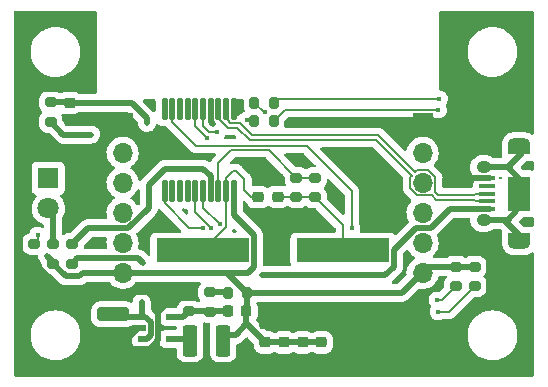
<source format=gbr>
%TF.GenerationSoftware,KiCad,Pcbnew,6.0.0*%
%TF.CreationDate,2022-01-15T13:45:40+01:00*%
%TF.ProjectId,ir_daughter_board,69725f64-6175-4676-9874-65725f626f61,rev?*%
%TF.SameCoordinates,Original*%
%TF.FileFunction,Copper,L2,Bot*%
%TF.FilePolarity,Positive*%
%FSLAX46Y46*%
G04 Gerber Fmt 4.6, Leading zero omitted, Abs format (unit mm)*
G04 Created by KiCad (PCBNEW 6.0.0) date 2022-01-15 13:45:40*
%MOMM*%
%LPD*%
G01*
G04 APERTURE LIST*
G04 Aperture macros list*
%AMRoundRect*
0 Rectangle with rounded corners*
0 $1 Rounding radius*
0 $2 $3 $4 $5 $6 $7 $8 $9 X,Y pos of 4 corners*
0 Add a 4 corners polygon primitive as box body*
4,1,4,$2,$3,$4,$5,$6,$7,$8,$9,$2,$3,0*
0 Add four circle primitives for the rounded corners*
1,1,$1+$1,$2,$3*
1,1,$1+$1,$4,$5*
1,1,$1+$1,$6,$7*
1,1,$1+$1,$8,$9*
0 Add four rect primitives between the rounded corners*
20,1,$1+$1,$2,$3,$4,$5,0*
20,1,$1+$1,$4,$5,$6,$7,0*
20,1,$1+$1,$6,$7,$8,$9,0*
20,1,$1+$1,$8,$9,$2,$3,0*%
G04 Aperture macros list end*
%TA.AperFunction,ComponentPad*%
%ADD10R,1.700000X1.700000*%
%TD*%
%TA.AperFunction,ComponentPad*%
%ADD11O,1.700000X1.700000*%
%TD*%
%TA.AperFunction,SMDPad,CuDef*%
%ADD12RoundRect,0.200000X-0.275000X0.200000X-0.275000X-0.200000X0.275000X-0.200000X0.275000X0.200000X0*%
%TD*%
%TA.AperFunction,SMDPad,CuDef*%
%ADD13RoundRect,0.200000X0.275000X-0.200000X0.275000X0.200000X-0.275000X0.200000X-0.275000X-0.200000X0*%
%TD*%
%TA.AperFunction,SMDPad,CuDef*%
%ADD14RoundRect,0.225000X0.250000X-0.225000X0.250000X0.225000X-0.250000X0.225000X-0.250000X-0.225000X0*%
%TD*%
%TA.AperFunction,SMDPad,CuDef*%
%ADD15RoundRect,0.125000X0.125000X-0.825000X0.125000X0.825000X-0.125000X0.825000X-0.125000X-0.825000X0*%
%TD*%
%TA.AperFunction,SMDPad,CuDef*%
%ADD16RoundRect,0.250000X-0.375000X-1.075000X0.375000X-1.075000X0.375000X1.075000X-0.375000X1.075000X0*%
%TD*%
%TA.AperFunction,SMDPad,CuDef*%
%ADD17RoundRect,0.225000X-0.250000X0.225000X-0.250000X-0.225000X0.250000X-0.225000X0.250000X0.225000X0*%
%TD*%
%TA.AperFunction,SMDPad,CuDef*%
%ADD18RoundRect,0.200000X0.200000X0.275000X-0.200000X0.275000X-0.200000X-0.275000X0.200000X-0.275000X0*%
%TD*%
%TA.AperFunction,SMDPad,CuDef*%
%ADD19RoundRect,0.225000X0.225000X0.250000X-0.225000X0.250000X-0.225000X-0.250000X0.225000X-0.250000X0*%
%TD*%
%TA.AperFunction,SMDPad,CuDef*%
%ADD20R,0.700000X0.510000*%
%TD*%
%TA.AperFunction,ComponentPad*%
%ADD21R,1.800000X1.800000*%
%TD*%
%TA.AperFunction,ComponentPad*%
%ADD22C,1.800000*%
%TD*%
%TA.AperFunction,SMDPad,CuDef*%
%ADD23RoundRect,0.250000X-1.100000X0.325000X-1.100000X-0.325000X1.100000X-0.325000X1.100000X0.325000X0*%
%TD*%
%TA.AperFunction,SMDPad,CuDef*%
%ADD24R,7.875000X2.000000*%
%TD*%
%TA.AperFunction,SMDPad,CuDef*%
%ADD25RoundRect,0.200000X-0.200000X-0.275000X0.200000X-0.275000X0.200000X0.275000X-0.200000X0.275000X0*%
%TD*%
%TA.AperFunction,SMDPad,CuDef*%
%ADD26R,1.350000X0.400000*%
%TD*%
%TA.AperFunction,ComponentPad*%
%ADD27O,1.900000X1.000000*%
%TD*%
%TA.AperFunction,ComponentPad*%
%ADD28O,1.250000X1.050000*%
%TD*%
%TA.AperFunction,SMDPad,CuDef*%
%ADD29R,1.900000X2.900000*%
%TD*%
%TA.AperFunction,SMDPad,CuDef*%
%ADD30R,1.900000X0.875000*%
%TD*%
%TA.AperFunction,ViaPad*%
%ADD31C,0.400000*%
%TD*%
%TA.AperFunction,Conductor*%
%ADD32C,0.500000*%
%TD*%
%TA.AperFunction,Conductor*%
%ADD33C,0.200000*%
%TD*%
G04 APERTURE END LIST*
D10*
%TO.P,J3,1,Pin_1*%
%TO.N,GND*%
X132080000Y-91000000D03*
D11*
%TO.P,J3,2,Pin_2*%
%TO.N,GPIO 16*%
X132080000Y-93540000D03*
%TO.P,J3,3,Pin_3*%
%TO.N,ADC*%
X132080000Y-96080000D03*
%TO.P,J3,4,Pin_4*%
%TO.N,GPIO 05*%
X132080000Y-98620000D03*
%TO.P,J3,5,Pin_5*%
%TO.N,GPIO 04*%
X132080000Y-101160000D03*
%TO.P,J3,6,Pin_6*%
%TO.N,+3V3*%
X132080000Y-103700000D03*
%TD*%
D10*
%TO.P,J2,1,Pin_1*%
%TO.N,GND*%
X106680000Y-91000000D03*
D11*
%TO.P,J2,2,Pin_2*%
%TO.N,IR*%
X106680000Y-93540000D03*
%TO.P,J2,3,Pin_3*%
%TO.N,GPIO 12*%
X106680000Y-96080000D03*
%TO.P,J2,4,Pin_4*%
%TO.N,GPIO 13*%
X106680000Y-98620000D03*
%TO.P,J2,5,Pin_5*%
%TO.N,GPIO 02*%
X106680000Y-101160000D03*
%TO.P,J2,6,Pin_6*%
%TO.N,+3V3*%
X106680000Y-103700000D03*
%TD*%
D12*
%TO.P,R2,1*%
%TO.N,Net-(R1-Pad1)*%
X123000000Y-95675000D03*
%TO.P,R2,2*%
%TO.N,Net-(C6-Pad2)*%
X123000000Y-97325000D03*
%TD*%
%TO.P,R13,1*%
%TO.N,Net-(R11-Pad2)*%
X114071400Y-105359200D03*
%TO.P,R13,2*%
%TO.N,Net-(C2-Pad2)*%
X114071400Y-107009200D03*
%TD*%
D13*
%TO.P,R10,1*%
%TO.N,Net-(C2-Pad2)*%
X112268000Y-106959400D03*
%TO.P,R10,2*%
%TO.N,GND*%
X112268000Y-105309400D03*
%TD*%
D14*
%TO.P,C8,1*%
%TO.N,+3V3*%
X121930132Y-109601600D03*
%TO.P,C8,2*%
%TO.N,GND*%
X121930132Y-108051600D03*
%TD*%
D15*
%TO.P,U1,1,VDD*%
%TO.N,+3V3*%
X116082000Y-96819600D03*
%TO.P,U1,2,OSC1*%
%TO.N,Net-(C5-Pad1)*%
X115432000Y-96819600D03*
%TO.P,U1,3,OSC2*%
%TO.N,Net-(R1-Pad1)*%
X114782000Y-96819600D03*
%TO.P,U1,4,~{RST}*%
%TO.N,Net-(R3-Pad2)*%
X114132000Y-96819600D03*
%TO.P,U1,5,GP7/TXLED*%
%TO.N,TXLED*%
X113482000Y-96819600D03*
%TO.P,U1,6,GP6/RXLED*%
%TO.N,RXLED*%
X112832000Y-96819600D03*
%TO.P,U1,7,GP5*%
%TO.N,unconnected-(U1-Pad7)*%
X112182000Y-96819600D03*
%TO.P,U1,8,GP4*%
%TO.N,unconnected-(U1-Pad8)*%
X111532000Y-96819600D03*
%TO.P,U1,9,GP3*%
%TO.N,unconnected-(U1-Pad9)*%
X110882000Y-96819600D03*
%TO.P,U1,10,TX*%
%TO.N,/IR_Remote_Circuit/RXD*%
X110232000Y-96819600D03*
%TO.P,U1,11,~{RTS}*%
%TO.N,/USB_to_UART/RTS*%
X110232000Y-89819600D03*
%TO.P,U1,12,RX*%
%TO.N,/IR_Remote_Circuit/TXD*%
X110882000Y-89819600D03*
%TO.P,U1,13,~{CTS}*%
%TO.N,/USB_to_UART/CTS*%
X111532000Y-89819600D03*
%TO.P,U1,14,GP2*%
%TO.N,unconnected-(U1-Pad14)*%
X112182000Y-89819600D03*
%TO.P,U1,15,GP1/USBCFG*%
%TO.N,USBCFG*%
X112832000Y-89819600D03*
%TO.P,U1,16,GP0/SSPND*%
%TO.N,SSPND*%
X113482000Y-89819600D03*
%TO.P,U1,17,VUSB*%
%TO.N,+3V3*%
X114132000Y-89819600D03*
%TO.P,U1,18,D-*%
%TO.N,/USB_to_UART/USB_D-*%
X114782000Y-89819600D03*
%TO.P,U1,19,D+*%
%TO.N,/USB_to_UART/USB_D+*%
X115432000Y-89819600D03*
%TO.P,U1,20,VSS*%
%TO.N,GND*%
X116082000Y-89819600D03*
%TD*%
D16*
%TO.P,L1,1,1*%
%TO.N,Net-(IC1-Pad5)*%
X112391800Y-109444000D03*
%TO.P,L1,2,2*%
%TO.N,+3V3*%
X115191800Y-109444000D03*
%TD*%
D17*
%TO.P,C10,1*%
%TO.N,Net-(C10-Pad1)*%
X102200000Y-89325000D03*
%TO.P,C10,2*%
%TO.N,GND*%
X102200000Y-90875000D03*
%TD*%
D18*
%TO.P,R7,1*%
%TO.N,Net-(D5-Pad2)*%
X119481600Y-90881200D03*
%TO.P,R7,2*%
%TO.N,SSPND*%
X117831600Y-90881200D03*
%TD*%
%TO.P,R11,1*%
%TO.N,+3V3*%
X117221000Y-105384600D03*
%TO.P,R11,2*%
%TO.N,Net-(R11-Pad2)*%
X115571000Y-105384600D03*
%TD*%
D19*
%TO.P,C2,1*%
%TO.N,+3V3*%
X117170200Y-106959400D03*
%TO.P,C2,2*%
%TO.N,Net-(C2-Pad2)*%
X115620200Y-106959400D03*
%TD*%
D12*
%TO.P,R1,1*%
%TO.N,Net-(R1-Pad1)*%
X121400000Y-95650000D03*
%TO.P,R1,2*%
%TO.N,Net-(C6-Pad2)*%
X121400000Y-97300000D03*
%TD*%
D20*
%TO.P,IC1,1,VIN*%
%TO.N,+5V*%
X108364800Y-109306400D03*
%TO.P,IC1,2,GND*%
%TO.N,GND*%
X108364800Y-108356400D03*
%TO.P,IC1,3,EN*%
%TO.N,+5V*%
X108364800Y-107406400D03*
%TO.P,IC1,4,FB*%
%TO.N,Net-(C2-Pad2)*%
X110684800Y-107406400D03*
%TO.P,IC1,5,LX*%
%TO.N,Net-(IC1-Pad5)*%
X110684800Y-109306400D03*
%TD*%
D14*
%TO.P,C5,1*%
%TO.N,Net-(C5-Pad1)*%
X118160800Y-97295000D03*
%TO.P,C5,2*%
%TO.N,GND*%
X118160800Y-95745000D03*
%TD*%
D21*
%TO.P,D6,1,K*%
%TO.N,IR*%
X100400000Y-95700000D03*
D22*
%TO.P,D6,2,A*%
%TO.N,Net-(D6-Pad2)*%
X100400000Y-98240000D03*
%TD*%
D13*
%TO.P,R3,1*%
%TO.N,+5V*%
X102400000Y-102925000D03*
%TO.P,R3,2*%
%TO.N,Net-(R3-Pad2)*%
X102400000Y-101275000D03*
%TD*%
D23*
%TO.P,C1,1*%
%TO.N,+5V*%
X105890000Y-107207000D03*
%TO.P,C1,2*%
%TO.N,GND*%
X105890000Y-110157000D03*
%TD*%
D14*
%TO.P,C7,1*%
%TO.N,+3V3*%
X120350266Y-109601600D03*
%TO.P,C7,2*%
%TO.N,GND*%
X120350266Y-108051600D03*
%TD*%
D12*
%TO.P,R8,1*%
%TO.N,Net-(D6-Pad2)*%
X100800000Y-101275000D03*
%TO.P,R8,2*%
%TO.N,+3V3*%
X100800000Y-102925000D03*
%TD*%
D14*
%TO.P,C4,1*%
%TO.N,+3V3*%
X118770400Y-109601600D03*
%TO.P,C4,2*%
%TO.N,GND*%
X118770400Y-108051600D03*
%TD*%
D24*
%TO.P,Y1,1,1*%
%TO.N,Net-(C6-Pad2)*%
X125342900Y-101803200D03*
%TO.P,Y1,2,2*%
%TO.N,Net-(C5-Pad1)*%
X113467900Y-101803200D03*
%TD*%
D25*
%TO.P,R6,1*%
%TO.N,USBCFG*%
X117843800Y-89306400D03*
%TO.P,R6,2*%
%TO.N,Net-(D4-Pad2)*%
X119493800Y-89306400D03*
%TD*%
D13*
%TO.P,R5,1*%
%TO.N,Net-(D3-Pad2)*%
X136500000Y-104825000D03*
%TO.P,R5,2*%
%TO.N,+3V3*%
X136500000Y-103175000D03*
%TD*%
%TO.P,R14,1*%
%TO.N,GND*%
X99200000Y-102900000D03*
%TO.P,R14,2*%
%TO.N,Net-(R14-Pad2)*%
X99200000Y-101250000D03*
%TD*%
D12*
%TO.P,R4,1*%
%TO.N,+3V3*%
X134900000Y-103175000D03*
%TO.P,R4,2*%
%TO.N,Net-(D2-Pad2)*%
X134900000Y-104825000D03*
%TD*%
D14*
%TO.P,C3,1*%
%TO.N,+3V3*%
X123510000Y-109601600D03*
%TO.P,C3,2*%
%TO.N,GND*%
X123510000Y-108051600D03*
%TD*%
D12*
%TO.P,R9,1*%
%TO.N,Net-(C10-Pad1)*%
X100600000Y-89275000D03*
%TO.P,R9,2*%
%TO.N,+3V3*%
X100600000Y-90925000D03*
%TD*%
D26*
%TO.P,J1,1,VBUS*%
%TO.N,+5V*%
X137575000Y-98300000D03*
%TO.P,J1,2,D-*%
%TO.N,/USB_to_UART/USB_D-*%
X137575000Y-97650000D03*
%TO.P,J1,3,D+*%
%TO.N,/USB_to_UART/USB_D+*%
X137575000Y-97000000D03*
%TO.P,J1,4,ID*%
%TO.N,unconnected-(J1-Pad4)*%
X137575000Y-96350000D03*
%TO.P,J1,5,GND*%
%TO.N,GND*%
X137575000Y-95700000D03*
D27*
%TO.P,J1,6,Shield*%
%TO.N,unconnected-(J1-Pad6)*%
X140250000Y-92825000D03*
D28*
X137250000Y-99225000D03*
D29*
X140250000Y-97000000D03*
D28*
X137250000Y-94775000D03*
D30*
X140250000Y-93262500D03*
D27*
X140250000Y-101175000D03*
D30*
X140250000Y-100737500D03*
%TD*%
D17*
%TO.P,C6,1*%
%TO.N,GND*%
X119800000Y-95725000D03*
%TO.P,C6,2*%
%TO.N,Net-(C6-Pad2)*%
X119800000Y-97275000D03*
%TD*%
D31*
%TO.N,GND*%
X116700000Y-89700000D03*
X111500000Y-93600000D03*
X117400000Y-94200000D03*
X109574000Y-111350000D03*
X125194000Y-109444000D03*
%TO.N,TXLED*%
X114900000Y-99600000D03*
%TO.N,RXLED*%
X114200000Y-99900000D03*
%TO.N,Net-(C10-Pad1)*%
X108750000Y-91000000D03*
%TO.N,USBCFG*%
X113853690Y-92300000D03*
X118700000Y-90100000D03*
%TO.N,SSPND*%
X114700000Y-91800000D03*
X117197092Y-90766019D03*
%TO.N,Net-(D2-Pad2)*%
X133300000Y-106000000D03*
%TO.N,Net-(D3-Pad2)*%
X133400000Y-107000000D03*
%TO.N,Net-(D4-Pad2)*%
X133500000Y-89000000D03*
%TO.N,Net-(D5-Pad2)*%
X133423489Y-89923489D03*
%TO.N,+5V*%
X108300000Y-106200000D03*
X108400000Y-102900000D03*
X118500000Y-103900000D03*
%TO.N,+3V3*%
X100250000Y-102250000D03*
X114300000Y-91100000D03*
X104000000Y-92000000D03*
%TO.N,/IR_Remote_Circuit/RXD*%
X113500000Y-99900000D03*
%TO.N,/IR_Remote_Circuit/TXD*%
X126100000Y-99900000D03*
%TO.N,Net-(R14-Pad2)*%
X99500000Y-100500000D03*
%TD*%
D32*
%TO.N,GND*%
X123801600Y-108051600D02*
X125194000Y-109444000D01*
X120345200Y-108051600D02*
X121945400Y-108051600D01*
X106680000Y-91180000D02*
X109100000Y-93600000D01*
X107717000Y-110157000D02*
X108987000Y-110157000D01*
X108381000Y-110157000D02*
X109574000Y-111350000D01*
X137825000Y-95700000D02*
X135700000Y-95700000D01*
X116700000Y-89700000D02*
X116196600Y-89700000D01*
X119800000Y-95725000D02*
X118180800Y-95725000D01*
X106193000Y-110157000D02*
X107993600Y-108356400D01*
X101609400Y-105309400D02*
X112268000Y-105309400D01*
X123510000Y-108051600D02*
X123801600Y-108051600D01*
X118160800Y-95745000D02*
X118160800Y-94960800D01*
X134500000Y-93000000D02*
X132500000Y-91000000D01*
X107993600Y-108356400D02*
X108364800Y-108356400D01*
X118160800Y-94960800D02*
X117400000Y-94200000D01*
X99200000Y-102900000D02*
X101609400Y-105309400D01*
X135700000Y-95700000D02*
X134500000Y-94500000D01*
X105890000Y-110157000D02*
X107717000Y-110157000D01*
X102200000Y-90875000D02*
X106555000Y-90875000D01*
X118770400Y-108026200D02*
X120319800Y-108026200D01*
X116196600Y-89700000D02*
X116082000Y-89814600D01*
X109717831Y-107015347D02*
X111423778Y-105309400D01*
X109717831Y-109426169D02*
X109717831Y-107015347D01*
X121930132Y-108051600D02*
X123510000Y-108051600D01*
X109100000Y-93600000D02*
X111500000Y-93600000D01*
X108987000Y-110157000D02*
X109717831Y-109426169D01*
X134500000Y-94500000D02*
X134500000Y-93000000D01*
%TO.N,Net-(R3-Pad2)*%
X103741511Y-99933489D02*
X107166511Y-99933489D01*
X110250000Y-94900000D02*
X113500422Y-94900000D01*
X107166511Y-99933489D02*
X108900000Y-98200000D01*
X108900000Y-98200000D02*
X108900000Y-96250000D01*
X114132000Y-95531578D02*
X114132000Y-96824600D01*
X113500422Y-94900000D02*
X114132000Y-95531578D01*
X102400000Y-101275000D02*
X103741511Y-99933489D01*
X108900000Y-96250000D02*
X110250000Y-94900000D01*
D33*
%TO.N,TXLED*%
X114900000Y-99600000D02*
X113482000Y-98182000D01*
X113482000Y-98182000D02*
X113482000Y-96824600D01*
%TO.N,RXLED*%
X112832000Y-96824600D02*
X112832000Y-98532000D01*
X112832000Y-98532000D02*
X114200000Y-99900000D01*
D32*
%TO.N,Net-(C2-Pad2)*%
X110684800Y-107406400D02*
X111821000Y-107406400D01*
X112268000Y-106959400D02*
X114021600Y-106959400D01*
X111821000Y-107406400D02*
X112268000Y-106959400D01*
X115620200Y-106959400D02*
X114121200Y-106959400D01*
%TO.N,Net-(C10-Pad1)*%
X102200000Y-89325000D02*
X107458022Y-89325000D01*
X107458022Y-89325000D02*
X108750000Y-90616978D01*
X100600000Y-89275000D02*
X102150000Y-89275000D01*
X108750000Y-90616978D02*
X108750000Y-91000000D01*
D33*
%TO.N,USBCFG*%
X112832000Y-91278310D02*
X112832000Y-89814600D01*
X118637400Y-90100000D02*
X117843800Y-89306400D01*
X118700000Y-90100000D02*
X118637400Y-90100000D01*
X113853690Y-92300000D02*
X112832000Y-91278310D01*
%TO.N,SSPND*%
X114000000Y-91800000D02*
X113482000Y-91282000D01*
X117197092Y-90766019D02*
X117716419Y-90766019D01*
X113482000Y-91282000D02*
X113482000Y-89814600D01*
X114700000Y-91800000D02*
X114000000Y-91800000D01*
%TO.N,Net-(C6-Pad2)*%
X125342900Y-99667900D02*
X125342900Y-101803200D01*
X121400000Y-97300000D02*
X122975000Y-97300000D01*
X119800000Y-97275000D02*
X121375000Y-97275000D01*
X123000000Y-97325000D02*
X125342900Y-99667900D01*
%TO.N,Net-(D2-Pad2)*%
X133300000Y-106000000D02*
X133725000Y-106000000D01*
X133725000Y-106000000D02*
X134900000Y-104825000D01*
%TO.N,Net-(D3-Pad2)*%
X134325000Y-107000000D02*
X136500000Y-104825000D01*
X133400000Y-107000000D02*
X134325000Y-107000000D01*
%TO.N,Net-(D4-Pad2)*%
X119800200Y-89000000D02*
X119493800Y-89306400D01*
X133500000Y-89000000D02*
X119800200Y-89000000D01*
%TO.N,Net-(D5-Pad2)*%
X120439311Y-89923489D02*
X119481600Y-90881200D01*
X133423489Y-89923489D02*
X120439311Y-89923489D01*
D32*
%TO.N,Net-(R11-Pad2)*%
X114071400Y-105359200D02*
X115545600Y-105359200D01*
%TO.N,+5V*%
X108772822Y-109306400D02*
X109091311Y-108987911D01*
X108606400Y-107406400D02*
X108364800Y-107406400D01*
X109091311Y-108987911D02*
X109091311Y-107891311D01*
X129656911Y-101768539D02*
X129656911Y-103179711D01*
X107973489Y-102473489D02*
X102851511Y-102473489D01*
X109091311Y-107891311D02*
X108606400Y-107406400D01*
X131525450Y-99900000D02*
X129656911Y-101768539D01*
X128936622Y-103900000D02*
X118500000Y-103900000D01*
X129656911Y-103179711D02*
X128936622Y-103900000D01*
X108300000Y-107341600D02*
X108364800Y-107406400D01*
X108300000Y-106200000D02*
X108300000Y-107341600D01*
X137825000Y-98300000D02*
X134390000Y-98300000D01*
X134390000Y-98300000D02*
X132790000Y-99900000D01*
X108364800Y-109306400D02*
X108772822Y-109306400D01*
X106089400Y-107406400D02*
X108364800Y-107406400D01*
X132790000Y-99900000D02*
X131525450Y-99900000D01*
X108400000Y-102900000D02*
X107973489Y-102473489D01*
X102851511Y-102473489D02*
X102400000Y-102925000D01*
%TO.N,+3V3*%
X132605000Y-103175000D02*
X132080000Y-103700000D01*
X114132000Y-90932000D02*
X114132000Y-89814600D01*
X117221000Y-105384600D02*
X130315400Y-105384600D01*
X117170200Y-107188000D02*
X117170200Y-108069800D01*
X121945400Y-109601600D02*
X120345200Y-109601600D01*
X103000000Y-104000000D02*
X103300000Y-103700000D01*
X117170200Y-107976000D02*
X118770400Y-109576200D01*
X117781911Y-103179711D02*
X117781911Y-100481911D01*
X101875000Y-104000000D02*
X103000000Y-104000000D01*
X117170200Y-108069800D02*
X116248600Y-108991400D01*
X117221000Y-105384600D02*
X115536400Y-103700000D01*
X115536400Y-103700000D02*
X106680000Y-103700000D01*
X116082000Y-98782000D02*
X116082000Y-96824600D01*
X117170200Y-106959400D02*
X117170200Y-107976000D01*
X114300000Y-91100000D02*
X114132000Y-90932000D01*
X121930132Y-109601600D02*
X123510000Y-109601600D01*
X117261622Y-103700000D02*
X117781911Y-103179711D01*
X118770400Y-109576200D02*
X120319800Y-109576200D01*
X100800000Y-102800000D02*
X100250000Y-102250000D01*
X116248600Y-108991400D02*
X115366800Y-108991400D01*
X103300000Y-103700000D02*
X106680000Y-103700000D01*
X117221000Y-105384600D02*
X117221000Y-106908600D01*
X100600000Y-90925000D02*
X101675000Y-92000000D01*
X117781911Y-100481911D02*
X116082000Y-98782000D01*
X115536400Y-103700000D02*
X117261622Y-103700000D01*
X100800000Y-102925000D02*
X101875000Y-104000000D01*
X101675000Y-92000000D02*
X104000000Y-92000000D01*
X134900000Y-103175000D02*
X132605000Y-103175000D01*
X136500000Y-103175000D02*
X134900000Y-103175000D01*
X130315400Y-105384600D02*
X132000000Y-103700000D01*
D33*
%TO.N,Net-(C5-Pad1)*%
X116300000Y-95100000D02*
X117000000Y-95800000D01*
X117595000Y-97295000D02*
X118160800Y-97295000D01*
X116006600Y-95100000D02*
X116300000Y-95100000D01*
X117000000Y-96700000D02*
X117595000Y-97295000D01*
X115432000Y-95674600D02*
X116006600Y-95100000D01*
X117000000Y-95800000D02*
X117000000Y-96700000D01*
X115432000Y-99839100D02*
X113467900Y-101803200D01*
X115432000Y-96824600D02*
X115432000Y-95674600D01*
X115432000Y-96824600D02*
X115432000Y-99839100D01*
%TO.N,/USB_to_UART/USB_D-*%
X114955480Y-90790204D02*
X114955480Y-89993080D01*
X114955480Y-89993080D02*
X114782000Y-89819600D01*
X132838311Y-97156511D02*
X131634093Y-97156511D01*
X136562499Y-97650000D02*
X136462499Y-97550000D01*
X137575000Y-97650000D02*
X136562499Y-97650000D01*
X115611387Y-91446111D02*
X114955480Y-90790204D01*
X131159691Y-95477891D02*
X128156800Y-92475000D01*
X117437400Y-92475000D02*
X116408511Y-91446111D01*
X133231800Y-97550000D02*
X132838311Y-97156511D01*
X116408511Y-91446111D02*
X115611387Y-91446111D01*
X131634093Y-97156511D02*
X131003489Y-96525907D01*
X131003489Y-95634093D02*
X131159691Y-95477891D01*
X131003489Y-96525907D02*
X131003489Y-95634093D01*
X128156800Y-92475000D02*
X117437400Y-92475000D01*
X136462499Y-97550000D02*
X133231800Y-97550000D01*
%TO.N,/USB_to_UART/USB_D+*%
X132525907Y-95003489D02*
X131634093Y-95003489D01*
X115605480Y-90790204D02*
X115605480Y-90006683D01*
X137575000Y-97000000D02*
X136562499Y-97000000D01*
X117623797Y-92025000D02*
X116594917Y-90996120D01*
X133156511Y-95634093D02*
X132525907Y-95003489D01*
X131477891Y-95159691D02*
X128343200Y-92025000D01*
X131634093Y-95003489D02*
X131477891Y-95159691D01*
X136462499Y-97100000D02*
X133418200Y-97100000D01*
X116594917Y-90996120D02*
X115811396Y-90996120D01*
X115811396Y-90996120D02*
X115605480Y-90790204D01*
X128343200Y-92025000D02*
X117623797Y-92025000D01*
X133156511Y-96838311D02*
X133156511Y-95634093D01*
X133418200Y-97100000D02*
X133156511Y-96838311D01*
X115605480Y-90006683D02*
X115432000Y-89833203D01*
X136562499Y-97000000D02*
X136462499Y-97100000D01*
D32*
%TO.N,unconnected-(J1-Pad6)*%
X137500000Y-99225000D02*
X139275000Y-99225000D01*
X138987500Y-99225000D02*
X140500000Y-100737500D01*
X139275000Y-94775000D02*
X137500000Y-94775000D01*
X139275000Y-99225000D02*
X140000000Y-98500000D01*
X140500000Y-93550000D02*
X139275000Y-94775000D01*
X140500000Y-96000000D02*
X139275000Y-94775000D01*
X140500000Y-92825000D02*
X140500000Y-93550000D01*
D33*
%TO.N,Net-(R1-Pad1)*%
X121400000Y-95650000D02*
X119050000Y-93300000D01*
X119050000Y-93300000D02*
X115900000Y-93300000D01*
X115900000Y-93300000D02*
X114782000Y-94418000D01*
X123000000Y-95675000D02*
X121425000Y-95675000D01*
X114782000Y-94418000D02*
X114782000Y-96824600D01*
%TO.N,/IR_Remote_Circuit/RXD*%
X113500000Y-99900000D02*
X112314378Y-99900000D01*
X110232000Y-97817622D02*
X110232000Y-96824600D01*
X112314378Y-99900000D02*
X110232000Y-97817622D01*
%TO.N,/IR_Remote_Circuit/TXD*%
X122273480Y-92973480D02*
X126100000Y-96800000D01*
X112890880Y-92973480D02*
X122273480Y-92973480D01*
X110882000Y-89814600D02*
X110882000Y-90964600D01*
X126100000Y-96800000D02*
X126100000Y-99900000D01*
X110882000Y-90964600D02*
X112890880Y-92973480D01*
D32*
%TO.N,Net-(D6-Pad2)*%
X100800000Y-101275000D02*
X100800000Y-98640000D01*
%TO.N,Net-(IC1-Pad5)*%
X112254200Y-109306400D02*
X110684800Y-109306400D01*
D33*
%TO.N,Net-(R14-Pad2)*%
X99500000Y-100950000D02*
X99200000Y-101250000D01*
X99500000Y-100500000D02*
X99500000Y-100950000D01*
%TD*%
%TA.AperFunction,Conductor*%
%TO.N,GND*%
G36*
X104434121Y-81528002D02*
G01*
X104480614Y-81581658D01*
X104492000Y-81634000D01*
X104492000Y-88440500D01*
X104471998Y-88508621D01*
X104418342Y-88555114D01*
X104366000Y-88566500D01*
X103005961Y-88566500D01*
X102937840Y-88546498D01*
X102916943Y-88529673D01*
X102912882Y-88525619D01*
X102907702Y-88520448D01*
X102888515Y-88508621D01*
X102768331Y-88434538D01*
X102768329Y-88434537D01*
X102762101Y-88430698D01*
X102599757Y-88376851D01*
X102592920Y-88376151D01*
X102592918Y-88376150D01*
X102551599Y-88371917D01*
X102498732Y-88366500D01*
X101901268Y-88366500D01*
X101898022Y-88366837D01*
X101898018Y-88366837D01*
X101863917Y-88370375D01*
X101798981Y-88377113D01*
X101792440Y-88379295D01*
X101792441Y-88379295D01*
X101643676Y-88428927D01*
X101643674Y-88428928D01*
X101636732Y-88431244D01*
X101630508Y-88435096D01*
X101630507Y-88435096D01*
X101529431Y-88497644D01*
X101463128Y-88516500D01*
X101355743Y-88516500D01*
X101290472Y-88498276D01*
X101168699Y-88424528D01*
X101161452Y-88422257D01*
X101161450Y-88422256D01*
X101095164Y-88401483D01*
X101005062Y-88373247D01*
X100931635Y-88366500D01*
X100928737Y-88366500D01*
X100599140Y-88366501D01*
X100268366Y-88366501D01*
X100265508Y-88366764D01*
X100265499Y-88366764D01*
X100229996Y-88370026D01*
X100194938Y-88373247D01*
X100188560Y-88375246D01*
X100188559Y-88375246D01*
X100038550Y-88422256D01*
X100038548Y-88422257D01*
X100031301Y-88424528D01*
X99884619Y-88513361D01*
X99763361Y-88634619D01*
X99674528Y-88781301D01*
X99623247Y-88944938D01*
X99616500Y-89018365D01*
X99616501Y-89531634D01*
X99623247Y-89605062D01*
X99625246Y-89611440D01*
X99625246Y-89611441D01*
X99669686Y-89753247D01*
X99674528Y-89768699D01*
X99763361Y-89915381D01*
X99858885Y-90010905D01*
X99892911Y-90073217D01*
X99887846Y-90144032D01*
X99858885Y-90189095D01*
X99763361Y-90284619D01*
X99674528Y-90431301D01*
X99623247Y-90594938D01*
X99616500Y-90668365D01*
X99616501Y-91181634D01*
X99616764Y-91184492D01*
X99616764Y-91184501D01*
X99619633Y-91215726D01*
X99623247Y-91255062D01*
X99625246Y-91261440D01*
X99625246Y-91261441D01*
X99672194Y-91411250D01*
X99674528Y-91418699D01*
X99763361Y-91565381D01*
X99884619Y-91686639D01*
X100031301Y-91775472D01*
X100038548Y-91777743D01*
X100038550Y-91777744D01*
X100104836Y-91798517D01*
X100194938Y-91826753D01*
X100268365Y-91833500D01*
X100383629Y-91833500D01*
X100451750Y-91853502D01*
X100472724Y-91870405D01*
X101091230Y-92488911D01*
X101103616Y-92503323D01*
X101112149Y-92514918D01*
X101112154Y-92514923D01*
X101116492Y-92520818D01*
X101122070Y-92525557D01*
X101122073Y-92525560D01*
X101156768Y-92555035D01*
X101164284Y-92561965D01*
X101169980Y-92567661D01*
X101172841Y-92569924D01*
X101172846Y-92569929D01*
X101192256Y-92585285D01*
X101195658Y-92588074D01*
X101251285Y-92635333D01*
X101257802Y-92638661D01*
X101262850Y-92642027D01*
X101267972Y-92645190D01*
X101273716Y-92649735D01*
X101339895Y-92680664D01*
X101343779Y-92682563D01*
X101408808Y-92715769D01*
X101415923Y-92717510D01*
X101421578Y-92719613D01*
X101427317Y-92721522D01*
X101433950Y-92724622D01*
X101505435Y-92739491D01*
X101509701Y-92740457D01*
X101580610Y-92757808D01*
X101586212Y-92758156D01*
X101586215Y-92758156D01*
X101591764Y-92758500D01*
X101591762Y-92758535D01*
X101595734Y-92758775D01*
X101599955Y-92759152D01*
X101607115Y-92760641D01*
X101684542Y-92758546D01*
X101687950Y-92758500D01*
X104044293Y-92758500D01*
X104114036Y-92750369D01*
X104168411Y-92744030D01*
X104168415Y-92744029D01*
X104175681Y-92743182D01*
X104182556Y-92740687D01*
X104182558Y-92740686D01*
X104335061Y-92685329D01*
X104335062Y-92685329D01*
X104341937Y-92682833D01*
X104348054Y-92678822D01*
X104348057Y-92678821D01*
X104483733Y-92589868D01*
X104483734Y-92589867D01*
X104489852Y-92585856D01*
X104611490Y-92457453D01*
X104700326Y-92304510D01*
X104702711Y-92296638D01*
X104749473Y-92142239D01*
X104751595Y-92135233D01*
X104762547Y-91958702D01*
X104751865Y-91896533D01*
X104733834Y-91791602D01*
X104733834Y-91791601D01*
X104732594Y-91784386D01*
X104663343Y-91621636D01*
X104659010Y-91615748D01*
X104659007Y-91615743D01*
X104562846Y-91485077D01*
X104558508Y-91479182D01*
X104552930Y-91474443D01*
X104552927Y-91474440D01*
X104429294Y-91369406D01*
X104429290Y-91369403D01*
X104423715Y-91364667D01*
X104293355Y-91298101D01*
X104272708Y-91287558D01*
X104272706Y-91287557D01*
X104266192Y-91284231D01*
X104259087Y-91282492D01*
X104259083Y-91282491D01*
X104146986Y-91255062D01*
X104094390Y-91242192D01*
X104088788Y-91241844D01*
X104088785Y-91241844D01*
X104085175Y-91241620D01*
X104085165Y-91241620D01*
X104083236Y-91241500D01*
X102041371Y-91241500D01*
X101973250Y-91221498D01*
X101952276Y-91204595D01*
X101620404Y-90872723D01*
X101586378Y-90810411D01*
X101583499Y-90783628D01*
X101583499Y-90668366D01*
X101583234Y-90665474D01*
X101577364Y-90601592D01*
X101576753Y-90594938D01*
X101552626Y-90517948D01*
X101527744Y-90438550D01*
X101527743Y-90438548D01*
X101525472Y-90431301D01*
X101513709Y-90411878D01*
X101495531Y-90343248D01*
X101517342Y-90275685D01*
X101572219Y-90230639D01*
X101642737Y-90222413D01*
X101661153Y-90227015D01*
X101800243Y-90273149D01*
X101807080Y-90273849D01*
X101807082Y-90273850D01*
X101848401Y-90278083D01*
X101901268Y-90283500D01*
X102498732Y-90283500D01*
X102501978Y-90283163D01*
X102501982Y-90283163D01*
X102536083Y-90279625D01*
X102601019Y-90272887D01*
X102727651Y-90230639D01*
X102756324Y-90221073D01*
X102756326Y-90221072D01*
X102763268Y-90218756D01*
X102773918Y-90212166D01*
X102902485Y-90132606D01*
X102908713Y-90128752D01*
X102916971Y-90120480D01*
X102919599Y-90119042D01*
X102919623Y-90119023D01*
X102919626Y-90119027D01*
X102979254Y-90086402D01*
X103006142Y-90083500D01*
X107091651Y-90083500D01*
X107159772Y-90103502D01*
X107180746Y-90120405D01*
X107954595Y-90894254D01*
X107988621Y-90956566D01*
X107991500Y-90983349D01*
X107991500Y-91044293D01*
X108006818Y-91175681D01*
X108009313Y-91182556D01*
X108009314Y-91182558D01*
X108047428Y-91287558D01*
X108067167Y-91341937D01*
X108071178Y-91348054D01*
X108071179Y-91348057D01*
X108129598Y-91437161D01*
X108164144Y-91489852D01*
X108292547Y-91611490D01*
X108445490Y-91700326D01*
X108452494Y-91702447D01*
X108452498Y-91702449D01*
X108583488Y-91742121D01*
X108614767Y-91751595D01*
X108791298Y-91762547D01*
X108798514Y-91761307D01*
X108798516Y-91761307D01*
X108958398Y-91733834D01*
X108958399Y-91733834D01*
X108965614Y-91732594D01*
X109128364Y-91663343D01*
X109134252Y-91659010D01*
X109134257Y-91659007D01*
X109233478Y-91585987D01*
X109270818Y-91558508D01*
X109275557Y-91552930D01*
X109275560Y-91552927D01*
X109380594Y-91429294D01*
X109380597Y-91429290D01*
X109385333Y-91423715D01*
X109459581Y-91278310D01*
X109462442Y-91272708D01*
X109462443Y-91272706D01*
X109465769Y-91266192D01*
X109484698Y-91188834D01*
X109520318Y-91127420D01*
X109583486Y-91095012D01*
X109654148Y-91101901D01*
X109696182Y-91129687D01*
X109715637Y-91149142D01*
X109722453Y-91153173D01*
X109722457Y-91153176D01*
X109782753Y-91188834D01*
X109853407Y-91230618D01*
X109861017Y-91232829D01*
X110000928Y-91273478D01*
X110000931Y-91273479D01*
X110007111Y-91275274D01*
X110019762Y-91276270D01*
X110040562Y-91277907D01*
X110040575Y-91277908D01*
X110043021Y-91278100D01*
X110054970Y-91278100D01*
X110293423Y-91278099D01*
X110361543Y-91298101D01*
X110393383Y-91327394D01*
X110423523Y-91366672D01*
X110423526Y-91366675D01*
X110448013Y-91398587D01*
X110454568Y-91403617D01*
X110473379Y-91418052D01*
X110485770Y-91428919D01*
X112426565Y-93369714D01*
X112437432Y-93382105D01*
X112456893Y-93407467D01*
X112463443Y-93412493D01*
X112488805Y-93431954D01*
X112488808Y-93431957D01*
X112558198Y-93485202D01*
X112577450Y-93499975D01*
X112577454Y-93499977D01*
X112584005Y-93505004D01*
X112732030Y-93566318D01*
X112850995Y-93581980D01*
X112851000Y-93581980D01*
X112851009Y-93581981D01*
X112882692Y-93586152D01*
X112890880Y-93587230D01*
X112922573Y-93583058D01*
X112939016Y-93581980D01*
X114453281Y-93581980D01*
X114521402Y-93601982D01*
X114567895Y-93655638D01*
X114577999Y-93725912D01*
X114548505Y-93790492D01*
X114542376Y-93797075D01*
X114385766Y-93953685D01*
X114373375Y-93964552D01*
X114348013Y-93984013D01*
X114323526Y-94015925D01*
X114323523Y-94015928D01*
X114250476Y-94111124D01*
X114190951Y-94254831D01*
X114189740Y-94257755D01*
X114189738Y-94257758D01*
X114189162Y-94259150D01*
X114188945Y-94259060D01*
X114154416Y-94315712D01*
X114090556Y-94346735D01*
X114020062Y-94338308D01*
X113991482Y-94321295D01*
X113989155Y-94319454D01*
X113983159Y-94314710D01*
X113979767Y-94311928D01*
X113929719Y-94269409D01*
X113929717Y-94269408D01*
X113924137Y-94264667D01*
X113917621Y-94261339D01*
X113912572Y-94257972D01*
X113907443Y-94254805D01*
X113901706Y-94250266D01*
X113835547Y-94219345D01*
X113831647Y-94217439D01*
X113766614Y-94184231D01*
X113759506Y-94182492D01*
X113753863Y-94180393D01*
X113748100Y-94178476D01*
X113741472Y-94175378D01*
X113670005Y-94160513D01*
X113665721Y-94159543D01*
X113648246Y-94155267D01*
X113594812Y-94142192D01*
X113589210Y-94141844D01*
X113589207Y-94141844D01*
X113583658Y-94141500D01*
X113583660Y-94141464D01*
X113579667Y-94141225D01*
X113575475Y-94140851D01*
X113568307Y-94139360D01*
X113504542Y-94141085D01*
X113490901Y-94141454D01*
X113487494Y-94141500D01*
X110317069Y-94141500D01*
X110298121Y-94140067D01*
X110290780Y-94138950D01*
X110283883Y-94137901D01*
X110283881Y-94137901D01*
X110276651Y-94136801D01*
X110269359Y-94137394D01*
X110269356Y-94137394D01*
X110223982Y-94141085D01*
X110213767Y-94141500D01*
X110205707Y-94141500D01*
X110192417Y-94143049D01*
X110177493Y-94144789D01*
X110173118Y-94145222D01*
X110107661Y-94150546D01*
X110107658Y-94150547D01*
X110100363Y-94151140D01*
X110093399Y-94153396D01*
X110087440Y-94154587D01*
X110081585Y-94155971D01*
X110074319Y-94156818D01*
X110005673Y-94181735D01*
X110001545Y-94183152D01*
X109939064Y-94203393D01*
X109939062Y-94203394D01*
X109932101Y-94205649D01*
X109925846Y-94209445D01*
X109920372Y-94211951D01*
X109914942Y-94214670D01*
X109908063Y-94217167D01*
X109847016Y-94257191D01*
X109843327Y-94259518D01*
X109834843Y-94264667D01*
X109785693Y-94294491D01*
X109785688Y-94294495D01*
X109780892Y-94297405D01*
X109772516Y-94304803D01*
X109772493Y-94304777D01*
X109769503Y-94307426D01*
X109766264Y-94310134D01*
X109760148Y-94314144D01*
X109755121Y-94319451D01*
X109755117Y-94319454D01*
X109706872Y-94370383D01*
X109704494Y-94372825D01*
X108411089Y-95666230D01*
X108396677Y-95678616D01*
X108385082Y-95687149D01*
X108385077Y-95687154D01*
X108379182Y-95691492D01*
X108374443Y-95697070D01*
X108374440Y-95697073D01*
X108344965Y-95731768D01*
X108338035Y-95739284D01*
X108332340Y-95744979D01*
X108330060Y-95747861D01*
X108314719Y-95767251D01*
X108311928Y-95770655D01*
X108269409Y-95820703D01*
X108264667Y-95826285D01*
X108261338Y-95832804D01*
X108257978Y-95837842D01*
X108254808Y-95842975D01*
X108250266Y-95848716D01*
X108247165Y-95855351D01*
X108245510Y-95858031D01*
X108192698Y-95905481D01*
X108122617Y-95916846D01*
X108057517Y-95888518D01*
X108018066Y-95829491D01*
X108016101Y-95822521D01*
X107983336Y-95692080D01*
X107970431Y-95640702D01*
X107881354Y-95435840D01*
X107760014Y-95248277D01*
X107609670Y-95083051D01*
X107605619Y-95079852D01*
X107605615Y-95079848D01*
X107438414Y-94947800D01*
X107438410Y-94947798D01*
X107434359Y-94944598D01*
X107393053Y-94921796D01*
X107343084Y-94871364D01*
X107328312Y-94801921D01*
X107353428Y-94735516D01*
X107380780Y-94708909D01*
X107435260Y-94670049D01*
X107559860Y-94581173D01*
X107572602Y-94568476D01*
X107651410Y-94489942D01*
X107718096Y-94423489D01*
X107754689Y-94372565D01*
X107845435Y-94246277D01*
X107848453Y-94242077D01*
X107869398Y-94199699D01*
X107945136Y-94046453D01*
X107945137Y-94046451D01*
X107947430Y-94041811D01*
X107988353Y-93907117D01*
X108010865Y-93833023D01*
X108010865Y-93833021D01*
X108012370Y-93828069D01*
X108041529Y-93606590D01*
X108042002Y-93587230D01*
X108043074Y-93543365D01*
X108043074Y-93543361D01*
X108043156Y-93540000D01*
X108024852Y-93317361D01*
X107970431Y-93100702D01*
X107881354Y-92895840D01*
X107830949Y-92817925D01*
X107762822Y-92712617D01*
X107762820Y-92712614D01*
X107760014Y-92708277D01*
X107609670Y-92543051D01*
X107605619Y-92539852D01*
X107605615Y-92539848D01*
X107438414Y-92407800D01*
X107438410Y-92407798D01*
X107434359Y-92404598D01*
X107238789Y-92296638D01*
X107233920Y-92294914D01*
X107233916Y-92294912D01*
X107033087Y-92223795D01*
X107033083Y-92223794D01*
X107028212Y-92222069D01*
X107023119Y-92221162D01*
X107023116Y-92221161D01*
X106813373Y-92183800D01*
X106813367Y-92183799D01*
X106808284Y-92182894D01*
X106734452Y-92181992D01*
X106590081Y-92180228D01*
X106590079Y-92180228D01*
X106584911Y-92180165D01*
X106364091Y-92213955D01*
X106151756Y-92283357D01*
X106124584Y-92297502D01*
X105995577Y-92364659D01*
X105953607Y-92386507D01*
X105949474Y-92389610D01*
X105949471Y-92389612D01*
X105852038Y-92462767D01*
X105774965Y-92520635D01*
X105620629Y-92682138D01*
X105617715Y-92686410D01*
X105617714Y-92686411D01*
X105568507Y-92758546D01*
X105494743Y-92866680D01*
X105400688Y-93069305D01*
X105340989Y-93284570D01*
X105317251Y-93506695D01*
X105317548Y-93511848D01*
X105317548Y-93511851D01*
X105323011Y-93606590D01*
X105330110Y-93729715D01*
X105379222Y-93947639D01*
X105415958Y-94038110D01*
X105459452Y-94145222D01*
X105463266Y-94154616D01*
X105494539Y-94205649D01*
X105565407Y-94321295D01*
X105579987Y-94345088D01*
X105726250Y-94513938D01*
X105898126Y-94656632D01*
X105905579Y-94660987D01*
X105971445Y-94699476D01*
X106020169Y-94751114D01*
X106033240Y-94820897D01*
X106006509Y-94886669D01*
X105966055Y-94920027D01*
X105953607Y-94926507D01*
X105949474Y-94929610D01*
X105949471Y-94929612D01*
X105779100Y-95057530D01*
X105774965Y-95060635D01*
X105620629Y-95222138D01*
X105617715Y-95226410D01*
X105617714Y-95226411D01*
X105605404Y-95244457D01*
X105494743Y-95406680D01*
X105454617Y-95493125D01*
X105403680Y-95602860D01*
X105400688Y-95609305D01*
X105340989Y-95824570D01*
X105317251Y-96046695D01*
X105317548Y-96051848D01*
X105317548Y-96051851D01*
X105324466Y-96171826D01*
X105330110Y-96269715D01*
X105331247Y-96274761D01*
X105331248Y-96274767D01*
X105350678Y-96360983D01*
X105379222Y-96487639D01*
X105417461Y-96581811D01*
X105459207Y-96684619D01*
X105463266Y-96694616D01*
X105465965Y-96699020D01*
X105560870Y-96853891D01*
X105579987Y-96885088D01*
X105726250Y-97053938D01*
X105873610Y-97176279D01*
X105884430Y-97185261D01*
X105898126Y-97196632D01*
X105929563Y-97215002D01*
X105971445Y-97239476D01*
X106020169Y-97291114D01*
X106033240Y-97360897D01*
X106006509Y-97426669D01*
X105966055Y-97460027D01*
X105953607Y-97466507D01*
X105949474Y-97469610D01*
X105949471Y-97469612D01*
X105801754Y-97580521D01*
X105774965Y-97600635D01*
X105771393Y-97604373D01*
X105628906Y-97753477D01*
X105620629Y-97762138D01*
X105494743Y-97946680D01*
X105474781Y-97989684D01*
X105422000Y-98103393D01*
X105400688Y-98149305D01*
X105340989Y-98364570D01*
X105317251Y-98586695D01*
X105317548Y-98591848D01*
X105317548Y-98591851D01*
X105321339Y-98657600D01*
X105330110Y-98809715D01*
X105331247Y-98814761D01*
X105331248Y-98814767D01*
X105342945Y-98866668D01*
X105363558Y-98958131D01*
X105377791Y-99021288D01*
X105373255Y-99092139D01*
X105331134Y-99149291D01*
X105264800Y-99174597D01*
X105254874Y-99174989D01*
X103808581Y-99174989D01*
X103789631Y-99173556D01*
X103775396Y-99171390D01*
X103775392Y-99171390D01*
X103768162Y-99170290D01*
X103760870Y-99170883D01*
X103760867Y-99170883D01*
X103715493Y-99174574D01*
X103705278Y-99174989D01*
X103697218Y-99174989D01*
X103683928Y-99176538D01*
X103669004Y-99178278D01*
X103664629Y-99178711D01*
X103599172Y-99184035D01*
X103599169Y-99184036D01*
X103591874Y-99184629D01*
X103584910Y-99186885D01*
X103578951Y-99188076D01*
X103573096Y-99189460D01*
X103565830Y-99190307D01*
X103497184Y-99215224D01*
X103493056Y-99216641D01*
X103430575Y-99236882D01*
X103430573Y-99236883D01*
X103423612Y-99239138D01*
X103417357Y-99242934D01*
X103411883Y-99245440D01*
X103406453Y-99248159D01*
X103399574Y-99250656D01*
X103393454Y-99254669D01*
X103393453Y-99254669D01*
X103338535Y-99290675D01*
X103334831Y-99293012D01*
X103272404Y-99330894D01*
X103264027Y-99338292D01*
X103264003Y-99338265D01*
X103261011Y-99340918D01*
X103257778Y-99343621D01*
X103251659Y-99347633D01*
X103246627Y-99352945D01*
X103198383Y-99403872D01*
X103196005Y-99406314D01*
X102272723Y-100329596D01*
X102210411Y-100363622D01*
X102183628Y-100366501D01*
X102068366Y-100366501D01*
X102065508Y-100366764D01*
X102065499Y-100366764D01*
X102029996Y-100370026D01*
X101994938Y-100373247D01*
X101988560Y-100375246D01*
X101988559Y-100375246D01*
X101838550Y-100422256D01*
X101838548Y-100422257D01*
X101831301Y-100424528D01*
X101755768Y-100470272D01*
X101749771Y-100473904D01*
X101681141Y-100492083D01*
X101613578Y-100470272D01*
X101568532Y-100415397D01*
X101558500Y-100366128D01*
X101558500Y-99082192D01*
X101582177Y-99008666D01*
X101608440Y-98972117D01*
X101611458Y-98967917D01*
X101617372Y-98955952D01*
X101711784Y-98764922D01*
X101711785Y-98764920D01*
X101714078Y-98760280D01*
X101781408Y-98538671D01*
X101811640Y-98309041D01*
X101811722Y-98305691D01*
X101813245Y-98243365D01*
X101813245Y-98243361D01*
X101813327Y-98240000D01*
X101805966Y-98150472D01*
X101794773Y-98014318D01*
X101794772Y-98014312D01*
X101794349Y-98009167D01*
X101763366Y-97885819D01*
X101739184Y-97789544D01*
X101739183Y-97789540D01*
X101737925Y-97784533D01*
X101734510Y-97776678D01*
X101647630Y-97576868D01*
X101647628Y-97576865D01*
X101645570Y-97572131D01*
X101519764Y-97377665D01*
X101506745Y-97363357D01*
X101429848Y-97278848D01*
X101398796Y-97215002D01*
X101407192Y-97144504D01*
X101452369Y-97089736D01*
X101478812Y-97076067D01*
X101538297Y-97053767D01*
X101546705Y-97050615D01*
X101663261Y-96963261D01*
X101750615Y-96846705D01*
X101801745Y-96710316D01*
X101808500Y-96648134D01*
X101808500Y-94751866D01*
X101801745Y-94689684D01*
X101750615Y-94553295D01*
X101663261Y-94436739D01*
X101546705Y-94349385D01*
X101410316Y-94298255D01*
X101348134Y-94291500D01*
X99451866Y-94291500D01*
X99389684Y-94298255D01*
X99253295Y-94349385D01*
X99136739Y-94436739D01*
X99049385Y-94553295D01*
X98998255Y-94689684D01*
X98991500Y-94751866D01*
X98991500Y-96648134D01*
X98998255Y-96710316D01*
X99049385Y-96846705D01*
X99136739Y-96963261D01*
X99253295Y-97050615D01*
X99261704Y-97053767D01*
X99261705Y-97053768D01*
X99321164Y-97076058D01*
X99377929Y-97118699D01*
X99402629Y-97185261D01*
X99387422Y-97254609D01*
X99368029Y-97281091D01*
X99326069Y-97325000D01*
X99301639Y-97350564D01*
X99298725Y-97354836D01*
X99298724Y-97354837D01*
X99249724Y-97426669D01*
X99171119Y-97541899D01*
X99073602Y-97751981D01*
X99011707Y-97975169D01*
X98987095Y-98205469D01*
X98987392Y-98210622D01*
X98987392Y-98210625D01*
X98998896Y-98410144D01*
X99000427Y-98436697D01*
X99001564Y-98441743D01*
X99001565Y-98441749D01*
X99030892Y-98571880D01*
X99051346Y-98662642D01*
X99053288Y-98667424D01*
X99053289Y-98667428D01*
X99122907Y-98838876D01*
X99138484Y-98877237D01*
X99199121Y-98976188D01*
X99253811Y-99065433D01*
X99259501Y-99074719D01*
X99411147Y-99249784D01*
X99589349Y-99397730D01*
X99789322Y-99514584D01*
X99960450Y-99579932D01*
X100016952Y-99622918D01*
X100041245Y-99689630D01*
X100041500Y-99697641D01*
X100041500Y-99775702D01*
X100021498Y-99843823D01*
X99967842Y-99890316D01*
X99897568Y-99900420D01*
X99856541Y-99887056D01*
X99762482Y-99837254D01*
X99762479Y-99837253D01*
X99755769Y-99833700D01*
X99738196Y-99829286D01*
X99596822Y-99793775D01*
X99596818Y-99793775D01*
X99589451Y-99791924D01*
X99581852Y-99791884D01*
X99581850Y-99791884D01*
X99510394Y-99791510D01*
X99417969Y-99791026D01*
X99410589Y-99792798D01*
X99410587Y-99792798D01*
X99258602Y-99829286D01*
X99258598Y-99829287D01*
X99251223Y-99831058D01*
X99098839Y-99909709D01*
X98969615Y-100022439D01*
X98871010Y-100162739D01*
X98868251Y-100169815D01*
X98868249Y-100169819D01*
X98821182Y-100290539D01*
X98777801Y-100346741D01*
X98741469Y-100365003D01*
X98663875Y-100389320D01*
X98631301Y-100399528D01*
X98484619Y-100488361D01*
X98363361Y-100609619D01*
X98274528Y-100756301D01*
X98223247Y-100919938D01*
X98216500Y-100993365D01*
X98216501Y-101506634D01*
X98216764Y-101509492D01*
X98216764Y-101509501D01*
X98218798Y-101531635D01*
X98223247Y-101580062D01*
X98225246Y-101586440D01*
X98225246Y-101586441D01*
X98265748Y-101715681D01*
X98274528Y-101743699D01*
X98363361Y-101890381D01*
X98484619Y-102011639D01*
X98631301Y-102100472D01*
X98638548Y-102102743D01*
X98638550Y-102102744D01*
X98704836Y-102123517D01*
X98794938Y-102151753D01*
X98868365Y-102158500D01*
X98881932Y-102158500D01*
X99365360Y-102158499D01*
X99433480Y-102178501D01*
X99479973Y-102232156D01*
X99490944Y-102274284D01*
X99501140Y-102399637D01*
X99503394Y-102406596D01*
X99503395Y-102406599D01*
X99546974Y-102541120D01*
X99555649Y-102567899D01*
X99559445Y-102574154D01*
X99559446Y-102574157D01*
X99644496Y-102714314D01*
X99644499Y-102714318D01*
X99647405Y-102719107D01*
X99651114Y-102723306D01*
X99651117Y-102723311D01*
X99653509Y-102726019D01*
X99654803Y-102727484D01*
X99779595Y-102852276D01*
X99813621Y-102914588D01*
X99816500Y-102941370D01*
X99816501Y-103067842D01*
X99816501Y-103181634D01*
X99823247Y-103255062D01*
X99874528Y-103418699D01*
X99963361Y-103565381D01*
X100084619Y-103686639D01*
X100231301Y-103775472D01*
X100238548Y-103777743D01*
X100238550Y-103777744D01*
X100304836Y-103798517D01*
X100394938Y-103826753D01*
X100468365Y-103833500D01*
X100583629Y-103833500D01*
X100651750Y-103853502D01*
X100672724Y-103870405D01*
X101291230Y-104488911D01*
X101303616Y-104503323D01*
X101312149Y-104514918D01*
X101312154Y-104514923D01*
X101316492Y-104520818D01*
X101322070Y-104525557D01*
X101322073Y-104525560D01*
X101356768Y-104555035D01*
X101364284Y-104561965D01*
X101369980Y-104567661D01*
X101372841Y-104569924D01*
X101372846Y-104569929D01*
X101392256Y-104585285D01*
X101395658Y-104588074D01*
X101416874Y-104606098D01*
X101451285Y-104635333D01*
X101457802Y-104638661D01*
X101462850Y-104642027D01*
X101467972Y-104645190D01*
X101473716Y-104649735D01*
X101539895Y-104680664D01*
X101543779Y-104682563D01*
X101608808Y-104715769D01*
X101615923Y-104717510D01*
X101621578Y-104719613D01*
X101627317Y-104721522D01*
X101633950Y-104724622D01*
X101705435Y-104739491D01*
X101709701Y-104740457D01*
X101780610Y-104757808D01*
X101786212Y-104758156D01*
X101786215Y-104758156D01*
X101791764Y-104758500D01*
X101791762Y-104758535D01*
X101795734Y-104758775D01*
X101799955Y-104759152D01*
X101807115Y-104760641D01*
X101884542Y-104758546D01*
X101887950Y-104758500D01*
X102932930Y-104758500D01*
X102951880Y-104759933D01*
X102966115Y-104762099D01*
X102966119Y-104762099D01*
X102973349Y-104763199D01*
X102980641Y-104762606D01*
X102980644Y-104762606D01*
X103026018Y-104758915D01*
X103036233Y-104758500D01*
X103044293Y-104758500D01*
X103061680Y-104756473D01*
X103072507Y-104755211D01*
X103076882Y-104754778D01*
X103142339Y-104749454D01*
X103142342Y-104749453D01*
X103149637Y-104748860D01*
X103156601Y-104746604D01*
X103162560Y-104745413D01*
X103168415Y-104744029D01*
X103175681Y-104743182D01*
X103244327Y-104718265D01*
X103248455Y-104716848D01*
X103310936Y-104696607D01*
X103310938Y-104696606D01*
X103317899Y-104694351D01*
X103324154Y-104690555D01*
X103329628Y-104688049D01*
X103335058Y-104685330D01*
X103341937Y-104682833D01*
X103387690Y-104652836D01*
X103402976Y-104642814D01*
X103406680Y-104640477D01*
X103469107Y-104602595D01*
X103477484Y-104595197D01*
X103477508Y-104595224D01*
X103480500Y-104592571D01*
X103483733Y-104589868D01*
X103489852Y-104585856D01*
X103543128Y-104529617D01*
X103545506Y-104527175D01*
X103577276Y-104495405D01*
X103639588Y-104461379D01*
X103666371Y-104458500D01*
X105482491Y-104458500D01*
X105550612Y-104478502D01*
X105579402Y-104505595D01*
X105579987Y-104505088D01*
X105726250Y-104673938D01*
X105898126Y-104816632D01*
X106091000Y-104929338D01*
X106299692Y-105009030D01*
X106304760Y-105010061D01*
X106304763Y-105010062D01*
X106367147Y-105022754D01*
X106518597Y-105053567D01*
X106523772Y-105053757D01*
X106523774Y-105053757D01*
X106736673Y-105061564D01*
X106736677Y-105061564D01*
X106741837Y-105061753D01*
X106746957Y-105061097D01*
X106746959Y-105061097D01*
X106958288Y-105034025D01*
X106958289Y-105034025D01*
X106963416Y-105033368D01*
X106968366Y-105031883D01*
X107172429Y-104970661D01*
X107172434Y-104970659D01*
X107177384Y-104969174D01*
X107377994Y-104870896D01*
X107559860Y-104741173D01*
X107575769Y-104725320D01*
X107659353Y-104642027D01*
X107718096Y-104583489D01*
X107729470Y-104567661D01*
X107770203Y-104510974D01*
X107826198Y-104467326D01*
X107872526Y-104458500D01*
X113190890Y-104458500D01*
X113259011Y-104478502D01*
X113305504Y-104532158D01*
X113315608Y-104602432D01*
X113286114Y-104667012D01*
X113279985Y-104673595D01*
X113234761Y-104718819D01*
X113145928Y-104865501D01*
X113143657Y-104872748D01*
X113143656Y-104872750D01*
X113136445Y-104895761D01*
X113094647Y-105029138D01*
X113087900Y-105102565D01*
X113087901Y-105615834D01*
X113094647Y-105689262D01*
X113096646Y-105695640D01*
X113096646Y-105695641D01*
X113134186Y-105815429D01*
X113145928Y-105852899D01*
X113149863Y-105859396D01*
X113227260Y-105987195D01*
X113234761Y-105999581D01*
X113235133Y-105999953D01*
X113260310Y-106063099D01*
X113246776Y-106132794D01*
X113197711Y-106184108D01*
X113134864Y-106200900D01*
X113023743Y-106200900D01*
X112958472Y-106182676D01*
X112954136Y-106180050D01*
X112836699Y-106108928D01*
X112829452Y-106106657D01*
X112829450Y-106106656D01*
X112763164Y-106085883D01*
X112673062Y-106057647D01*
X112599635Y-106050900D01*
X112596737Y-106050900D01*
X112267140Y-106050901D01*
X111936366Y-106050901D01*
X111933508Y-106051164D01*
X111933499Y-106051164D01*
X111897996Y-106054426D01*
X111862938Y-106057647D01*
X111856560Y-106059646D01*
X111856559Y-106059646D01*
X111706550Y-106106656D01*
X111706548Y-106106657D01*
X111699301Y-106108928D01*
X111552619Y-106197761D01*
X111431361Y-106319019D01*
X111342528Y-106465701D01*
X111315533Y-106551841D01*
X111313108Y-106559580D01*
X111273650Y-106618602D01*
X111208546Y-106646921D01*
X111192874Y-106647900D01*
X111135785Y-106647900D01*
X111122178Y-106647163D01*
X111086333Y-106643269D01*
X111086329Y-106643269D01*
X111082934Y-106642900D01*
X110286666Y-106642900D01*
X110224484Y-106649655D01*
X110088095Y-106700785D01*
X109971539Y-106788139D01*
X109884185Y-106904695D01*
X109833055Y-107041084D01*
X109826300Y-107103266D01*
X109826300Y-107249429D01*
X109806298Y-107317550D01*
X109752642Y-107364043D01*
X109682368Y-107374147D01*
X109617788Y-107344653D01*
X109611205Y-107338524D01*
X109190170Y-106917489D01*
X109177784Y-106903077D01*
X109169251Y-106891482D01*
X109169246Y-106891477D01*
X109164908Y-106885582D01*
X109137644Y-106862419D01*
X109118402Y-106841963D01*
X109083675Y-106795628D01*
X109058826Y-106729122D01*
X109058500Y-106720062D01*
X109058500Y-106155707D01*
X109048741Y-106072001D01*
X109044030Y-106031589D01*
X109044029Y-106031585D01*
X109043182Y-106024319D01*
X109034203Y-105999581D01*
X108985329Y-105864939D01*
X108985329Y-105864938D01*
X108982833Y-105858063D01*
X108964463Y-105830043D01*
X108889868Y-105716267D01*
X108889867Y-105716266D01*
X108885856Y-105710148D01*
X108757453Y-105588510D01*
X108604510Y-105499674D01*
X108597506Y-105497553D01*
X108597502Y-105497551D01*
X108442239Y-105450527D01*
X108442240Y-105450527D01*
X108435233Y-105448405D01*
X108258702Y-105437453D01*
X108251486Y-105438693D01*
X108251484Y-105438693D01*
X108091602Y-105466166D01*
X108084386Y-105467406D01*
X107921636Y-105536657D01*
X107915748Y-105540990D01*
X107915743Y-105540993D01*
X107817965Y-105612951D01*
X107779182Y-105641492D01*
X107774443Y-105647070D01*
X107774440Y-105647073D01*
X107669406Y-105770706D01*
X107669403Y-105770710D01*
X107664667Y-105776285D01*
X107584231Y-105933808D01*
X107582492Y-105940913D01*
X107582491Y-105940917D01*
X107563766Y-106017442D01*
X107542192Y-106105610D01*
X107541845Y-106111210D01*
X107541844Y-106111214D01*
X107541715Y-106113299D01*
X107541391Y-106114193D01*
X107541001Y-106116758D01*
X107540490Y-106116680D01*
X107517533Y-106180050D01*
X107461101Y-106223131D01*
X107390337Y-106228864D01*
X107349840Y-106212755D01*
X107318970Y-106193726D01*
X107318967Y-106193725D01*
X107312738Y-106189885D01*
X107184064Y-106147206D01*
X107151389Y-106136368D01*
X107151387Y-106136368D01*
X107144861Y-106134203D01*
X107138025Y-106133503D01*
X107138022Y-106133502D01*
X107094969Y-106129091D01*
X107040400Y-106123500D01*
X104739600Y-106123500D01*
X104736354Y-106123837D01*
X104736350Y-106123837D01*
X104640692Y-106133762D01*
X104640688Y-106133763D01*
X104633834Y-106134474D01*
X104627298Y-106136655D01*
X104627296Y-106136655D01*
X104495194Y-106180728D01*
X104466054Y-106190450D01*
X104315652Y-106283522D01*
X104190695Y-106408697D01*
X104186855Y-106414927D01*
X104186854Y-106414928D01*
X104104079Y-106549214D01*
X104097885Y-106559262D01*
X104095581Y-106566209D01*
X104051990Y-106697633D01*
X104042203Y-106727139D01*
X104031500Y-106831600D01*
X104031500Y-107582400D01*
X104031837Y-107585646D01*
X104031837Y-107585650D01*
X104040922Y-107673205D01*
X104042474Y-107688166D01*
X104044655Y-107694702D01*
X104044655Y-107694704D01*
X104069674Y-107769695D01*
X104098450Y-107855946D01*
X104191522Y-108006348D01*
X104316697Y-108131305D01*
X104322927Y-108135145D01*
X104322928Y-108135146D01*
X104460090Y-108219694D01*
X104467262Y-108224115D01*
X104474848Y-108226631D01*
X104628611Y-108277632D01*
X104628613Y-108277632D01*
X104635139Y-108279797D01*
X104641975Y-108280497D01*
X104641978Y-108280498D01*
X104685031Y-108284909D01*
X104739600Y-108290500D01*
X107040400Y-108290500D01*
X107043646Y-108290163D01*
X107043650Y-108290163D01*
X107139308Y-108280238D01*
X107139312Y-108280237D01*
X107146166Y-108279526D01*
X107152702Y-108277345D01*
X107152704Y-108277345D01*
X107304711Y-108226631D01*
X107313946Y-108223550D01*
X107378252Y-108183756D01*
X107444555Y-108164900D01*
X107913815Y-108164900D01*
X107927422Y-108165637D01*
X107963267Y-108169531D01*
X107963271Y-108169531D01*
X107966666Y-108169900D01*
X108206811Y-108169900D01*
X108274932Y-108189902D01*
X108321425Y-108243558D01*
X108332811Y-108295900D01*
X108332811Y-108416900D01*
X108312809Y-108485021D01*
X108259153Y-108531514D01*
X108206811Y-108542900D01*
X107966666Y-108542900D01*
X107904484Y-108549655D01*
X107768095Y-108600785D01*
X107651539Y-108688139D01*
X107564185Y-108804695D01*
X107513055Y-108941084D01*
X107506300Y-109003266D01*
X107506300Y-109609534D01*
X107513055Y-109671716D01*
X107564185Y-109808105D01*
X107651539Y-109924661D01*
X107768095Y-110012015D01*
X107904484Y-110063145D01*
X107966666Y-110069900D01*
X108762934Y-110069900D01*
X108766329Y-110069531D01*
X108766333Y-110069531D01*
X108802178Y-110065637D01*
X108809810Y-110065224D01*
X108809804Y-110065112D01*
X108813450Y-110064900D01*
X108817115Y-110064900D01*
X108832169Y-110063145D01*
X108845329Y-110061611D01*
X108849704Y-110061178D01*
X108915161Y-110055854D01*
X108915164Y-110055853D01*
X108922459Y-110055260D01*
X108929423Y-110053004D01*
X108935382Y-110051813D01*
X108941237Y-110050429D01*
X108948503Y-110049582D01*
X109017149Y-110024665D01*
X109021277Y-110023248D01*
X109083758Y-110003007D01*
X109083760Y-110003006D01*
X109090721Y-110000751D01*
X109096976Y-109996955D01*
X109102450Y-109994449D01*
X109107880Y-109991730D01*
X109114759Y-109989233D01*
X109124443Y-109982884D01*
X109175798Y-109949214D01*
X109179502Y-109946877D01*
X109241929Y-109908995D01*
X109250306Y-109901597D01*
X109250330Y-109901624D01*
X109253322Y-109898971D01*
X109256555Y-109896268D01*
X109262674Y-109892256D01*
X109315950Y-109836017D01*
X109318328Y-109833575D01*
X109580222Y-109571681D01*
X109594634Y-109559295D01*
X109606234Y-109550759D01*
X109606243Y-109550751D01*
X109612129Y-109546419D01*
X109616465Y-109541315D01*
X109679699Y-109509598D01*
X109750295Y-109517130D01*
X109805612Y-109561633D01*
X109827434Y-109619971D01*
X109832201Y-109663860D01*
X109832202Y-109663864D01*
X109833055Y-109671716D01*
X109884185Y-109808105D01*
X109971539Y-109924661D01*
X110088095Y-110012015D01*
X110224484Y-110063145D01*
X110286666Y-110069900D01*
X111082934Y-110069900D01*
X111086326Y-110069532D01*
X111086336Y-110069531D01*
X111118694Y-110066016D01*
X111188576Y-110078545D01*
X111240591Y-110126866D01*
X111258300Y-110191279D01*
X111258300Y-110569400D01*
X111258637Y-110572646D01*
X111258637Y-110572650D01*
X111265879Y-110642441D01*
X111269274Y-110675166D01*
X111325250Y-110842946D01*
X111418322Y-110993348D01*
X111543497Y-111118305D01*
X111549727Y-111122145D01*
X111549728Y-111122146D01*
X111686890Y-111206694D01*
X111694062Y-111211115D01*
X111773805Y-111237564D01*
X111855411Y-111264632D01*
X111855413Y-111264632D01*
X111861939Y-111266797D01*
X111868775Y-111267497D01*
X111868778Y-111267498D01*
X111911831Y-111271909D01*
X111966400Y-111277500D01*
X112817200Y-111277500D01*
X112820446Y-111277163D01*
X112820450Y-111277163D01*
X112916108Y-111267238D01*
X112916112Y-111267237D01*
X112922966Y-111266526D01*
X112929502Y-111264345D01*
X112929504Y-111264345D01*
X113061606Y-111220272D01*
X113090746Y-111210550D01*
X113241148Y-111117478D01*
X113366105Y-110992303D01*
X113369946Y-110986072D01*
X113455075Y-110847968D01*
X113455076Y-110847966D01*
X113458915Y-110841738D01*
X113514597Y-110673861D01*
X113525300Y-110569400D01*
X113525300Y-108318600D01*
X113522945Y-108295900D01*
X113515038Y-108219692D01*
X113515037Y-108219688D01*
X113514326Y-108212834D01*
X113511877Y-108205492D01*
X113462111Y-108056326D01*
X113459527Y-107985377D01*
X113495711Y-107924293D01*
X113559175Y-107892468D01*
X113619312Y-107896216D01*
X113666338Y-107910953D01*
X113739765Y-107917700D01*
X113746049Y-107917700D01*
X113992787Y-107917699D01*
X114060905Y-107937701D01*
X114107398Y-107991356D01*
X114117503Y-108061630D01*
X114112378Y-108083366D01*
X114079081Y-108183756D01*
X114069003Y-108214139D01*
X114068303Y-108220975D01*
X114068302Y-108220978D01*
X114067981Y-108224115D01*
X114058300Y-108318600D01*
X114058300Y-110569400D01*
X114058637Y-110572646D01*
X114058637Y-110572650D01*
X114065879Y-110642441D01*
X114069274Y-110675166D01*
X114125250Y-110842946D01*
X114218322Y-110993348D01*
X114343497Y-111118305D01*
X114349727Y-111122145D01*
X114349728Y-111122146D01*
X114486890Y-111206694D01*
X114494062Y-111211115D01*
X114573805Y-111237564D01*
X114655411Y-111264632D01*
X114655413Y-111264632D01*
X114661939Y-111266797D01*
X114668775Y-111267497D01*
X114668778Y-111267498D01*
X114711831Y-111271909D01*
X114766400Y-111277500D01*
X115617200Y-111277500D01*
X115620446Y-111277163D01*
X115620450Y-111277163D01*
X115716108Y-111267238D01*
X115716112Y-111267237D01*
X115722966Y-111266526D01*
X115729502Y-111264345D01*
X115729504Y-111264345D01*
X115861606Y-111220272D01*
X115890746Y-111210550D01*
X116041148Y-111117478D01*
X116166105Y-110992303D01*
X116169946Y-110986072D01*
X116255075Y-110847968D01*
X116255076Y-110847966D01*
X116258915Y-110841738D01*
X116314597Y-110673861D01*
X116325300Y-110569400D01*
X116325300Y-109856797D01*
X116345302Y-109788676D01*
X116398958Y-109742183D01*
X116419506Y-109735139D01*
X116424281Y-109734582D01*
X116492927Y-109709665D01*
X116497055Y-109708248D01*
X116559536Y-109688007D01*
X116559538Y-109688006D01*
X116566499Y-109685751D01*
X116572754Y-109681955D01*
X116578228Y-109679449D01*
X116583658Y-109676730D01*
X116590537Y-109674233D01*
X116596658Y-109670220D01*
X116651576Y-109634214D01*
X116655280Y-109631877D01*
X116717707Y-109593995D01*
X116726084Y-109586597D01*
X116726108Y-109586624D01*
X116729100Y-109583971D01*
X116732333Y-109581268D01*
X116738452Y-109577256D01*
X116791728Y-109521017D01*
X116794106Y-109518575D01*
X117128005Y-109184676D01*
X117190317Y-109150650D01*
X117261132Y-109155715D01*
X117306195Y-109184676D01*
X117749995Y-109628476D01*
X117784021Y-109690788D01*
X117786900Y-109717571D01*
X117786900Y-109875332D01*
X117797513Y-109977619D01*
X117799695Y-109984159D01*
X117848937Y-110131753D01*
X117851644Y-110139868D01*
X117941648Y-110285313D01*
X118062698Y-110406152D01*
X118068928Y-110409992D01*
X118068929Y-110409993D01*
X118128544Y-110446740D01*
X118208299Y-110495902D01*
X118370643Y-110549749D01*
X118377480Y-110550449D01*
X118377482Y-110550450D01*
X118418801Y-110554683D01*
X118471668Y-110560100D01*
X119069132Y-110560100D01*
X119072378Y-110559763D01*
X119072382Y-110559763D01*
X119106483Y-110556225D01*
X119171419Y-110549487D01*
X119325126Y-110498206D01*
X119326724Y-110497673D01*
X119326726Y-110497672D01*
X119333668Y-110495356D01*
X119479113Y-110405352D01*
X119482842Y-110401617D01*
X119547874Y-110375296D01*
X119617638Y-110388468D01*
X119637814Y-110401410D01*
X119642564Y-110406152D01*
X119788165Y-110495902D01*
X119950509Y-110549749D01*
X119957346Y-110550449D01*
X119957348Y-110550450D01*
X119998667Y-110554683D01*
X120051534Y-110560100D01*
X120648998Y-110560100D01*
X120652244Y-110559763D01*
X120652248Y-110559763D01*
X120686349Y-110556225D01*
X120751285Y-110549487D01*
X120904992Y-110498206D01*
X120906590Y-110497673D01*
X120906592Y-110497672D01*
X120913534Y-110495356D01*
X121058979Y-110405352D01*
X121062708Y-110401617D01*
X121127740Y-110375296D01*
X121197504Y-110388468D01*
X121217680Y-110401410D01*
X121222430Y-110406152D01*
X121368031Y-110495902D01*
X121530375Y-110549749D01*
X121537212Y-110550449D01*
X121537214Y-110550450D01*
X121578533Y-110554683D01*
X121631400Y-110560100D01*
X122228864Y-110560100D01*
X122232110Y-110559763D01*
X122232114Y-110559763D01*
X122266215Y-110556225D01*
X122331151Y-110549487D01*
X122484858Y-110498206D01*
X122486456Y-110497673D01*
X122486458Y-110497672D01*
X122493400Y-110495356D01*
X122638845Y-110405352D01*
X122642573Y-110401618D01*
X122707606Y-110375295D01*
X122777370Y-110388466D01*
X122797548Y-110401410D01*
X122802298Y-110406152D01*
X122808525Y-110409990D01*
X122808527Y-110409992D01*
X122872882Y-110449661D01*
X122947899Y-110495902D01*
X123110243Y-110549749D01*
X123117080Y-110550449D01*
X123117082Y-110550450D01*
X123158401Y-110554683D01*
X123211268Y-110560100D01*
X123808732Y-110560100D01*
X123811978Y-110559763D01*
X123811982Y-110559763D01*
X123846083Y-110556225D01*
X123911019Y-110549487D01*
X124064726Y-110498206D01*
X124066324Y-110497673D01*
X124066326Y-110497672D01*
X124073268Y-110495356D01*
X124218713Y-110405352D01*
X124339552Y-110284302D01*
X124343393Y-110278071D01*
X124425462Y-110144931D01*
X124425463Y-110144929D01*
X124429302Y-110138701D01*
X124483149Y-109976357D01*
X124486054Y-109948010D01*
X124493172Y-109878530D01*
X124493500Y-109875332D01*
X124493500Y-109327868D01*
X124492797Y-109321086D01*
X124485846Y-109254103D01*
X124482887Y-109225581D01*
X124457834Y-109150488D01*
X124451900Y-109132703D01*
X135890743Y-109132703D01*
X135891302Y-109136947D01*
X135891302Y-109136951D01*
X135894210Y-109159036D01*
X135928268Y-109417734D01*
X136004129Y-109695036D01*
X136005813Y-109698984D01*
X136111545Y-109946867D01*
X136116923Y-109959476D01*
X136177790Y-110061178D01*
X136227916Y-110144931D01*
X136264561Y-110206161D01*
X136444313Y-110430528D01*
X136512628Y-110495356D01*
X136580854Y-110560100D01*
X136652851Y-110628423D01*
X136886317Y-110796186D01*
X136890112Y-110798195D01*
X136890113Y-110798196D01*
X136911869Y-110809715D01*
X137140392Y-110930712D01*
X137410373Y-111029511D01*
X137691264Y-111090755D01*
X137719841Y-111093004D01*
X137914282Y-111108307D01*
X137914291Y-111108307D01*
X137916739Y-111108500D01*
X138072271Y-111108500D01*
X138074407Y-111108354D01*
X138074418Y-111108354D01*
X138282548Y-111094165D01*
X138282554Y-111094164D01*
X138286825Y-111093873D01*
X138291020Y-111093004D01*
X138291022Y-111093004D01*
X138427584Y-111064723D01*
X138568342Y-111035574D01*
X138839343Y-110939607D01*
X139094812Y-110807750D01*
X139098313Y-110805289D01*
X139098317Y-110805287D01*
X139293218Y-110668308D01*
X139330023Y-110642441D01*
X139485812Y-110497673D01*
X139537479Y-110449661D01*
X139537481Y-110449658D01*
X139540622Y-110446740D01*
X139722713Y-110224268D01*
X139872927Y-109979142D01*
X139886065Y-109949214D01*
X139986757Y-109719830D01*
X139988483Y-109715898D01*
X140003307Y-109663860D01*
X140043996Y-109521017D01*
X140067244Y-109439406D01*
X140107751Y-109154784D01*
X140107845Y-109136951D01*
X140109235Y-108871583D01*
X140109235Y-108871576D01*
X140109257Y-108867297D01*
X140106072Y-108843100D01*
X140081138Y-108653713D01*
X140071732Y-108582266D01*
X139995871Y-108304964D01*
X139962459Y-108226631D01*
X139884763Y-108044476D01*
X139884761Y-108044472D01*
X139883077Y-108040524D01*
X139794467Y-107892468D01*
X139737643Y-107797521D01*
X139737640Y-107797517D01*
X139735439Y-107793839D01*
X139555687Y-107569472D01*
X139418214Y-107439015D01*
X139350258Y-107374527D01*
X139350255Y-107374525D01*
X139347149Y-107371577D01*
X139113683Y-107203814D01*
X139091843Y-107192250D01*
X139068654Y-107179972D01*
X138859608Y-107069288D01*
X138589627Y-106970489D01*
X138308736Y-106909245D01*
X138277685Y-106906801D01*
X138085718Y-106891693D01*
X138085709Y-106891693D01*
X138083261Y-106891500D01*
X137927729Y-106891500D01*
X137925593Y-106891646D01*
X137925582Y-106891646D01*
X137717452Y-106905835D01*
X137717446Y-106905836D01*
X137713175Y-106906127D01*
X137708980Y-106906996D01*
X137708978Y-106906996D01*
X137572417Y-106935276D01*
X137431658Y-106964426D01*
X137160657Y-107060393D01*
X136905188Y-107192250D01*
X136901687Y-107194711D01*
X136901683Y-107194713D01*
X136891594Y-107201804D01*
X136669977Y-107357559D01*
X136654892Y-107371577D01*
X136463560Y-107549374D01*
X136459378Y-107553260D01*
X136277287Y-107775732D01*
X136127073Y-108020858D01*
X136011517Y-108284102D01*
X136010342Y-108288229D01*
X136010341Y-108288230D01*
X136000760Y-108321866D01*
X135932756Y-108560594D01*
X135902485Y-108773296D01*
X135896253Y-108817085D01*
X135892249Y-108845216D01*
X135892227Y-108849505D01*
X135892226Y-108849512D01*
X135891421Y-109003266D01*
X135890743Y-109132703D01*
X124451900Y-109132703D01*
X124431073Y-109070276D01*
X124431072Y-109070274D01*
X124428756Y-109063332D01*
X124338752Y-108917887D01*
X124217702Y-108797048D01*
X124072101Y-108707298D01*
X123909757Y-108653451D01*
X123902920Y-108652751D01*
X123902918Y-108652750D01*
X123861599Y-108648517D01*
X123808732Y-108643100D01*
X123211268Y-108643100D01*
X123208022Y-108643437D01*
X123208018Y-108643437D01*
X123173917Y-108646975D01*
X123108981Y-108653713D01*
X123102440Y-108655895D01*
X123102441Y-108655895D01*
X122953676Y-108705527D01*
X122953674Y-108705528D01*
X122946732Y-108707844D01*
X122801287Y-108797848D01*
X122797559Y-108801582D01*
X122732526Y-108827905D01*
X122662762Y-108814734D01*
X122642584Y-108801790D01*
X122637834Y-108797048D01*
X122631607Y-108793210D01*
X122631605Y-108793208D01*
X122498463Y-108711138D01*
X122498461Y-108711137D01*
X122492233Y-108707298D01*
X122329889Y-108653451D01*
X122323052Y-108652751D01*
X122323050Y-108652750D01*
X122281731Y-108648517D01*
X122228864Y-108643100D01*
X121631400Y-108643100D01*
X121628154Y-108643437D01*
X121628150Y-108643437D01*
X121594049Y-108646975D01*
X121529113Y-108653713D01*
X121522572Y-108655895D01*
X121522573Y-108655895D01*
X121373808Y-108705527D01*
X121373806Y-108705528D01*
X121366864Y-108707844D01*
X121221419Y-108797848D01*
X121217690Y-108801583D01*
X121152658Y-108827904D01*
X121082894Y-108814732D01*
X121062718Y-108801790D01*
X121057968Y-108797048D01*
X120912367Y-108707298D01*
X120750023Y-108653451D01*
X120743186Y-108652751D01*
X120743184Y-108652750D01*
X120701865Y-108648517D01*
X120648998Y-108643100D01*
X120051534Y-108643100D01*
X120048288Y-108643437D01*
X120048284Y-108643437D01*
X120014183Y-108646975D01*
X119949247Y-108653713D01*
X119942706Y-108655895D01*
X119942707Y-108655895D01*
X119793942Y-108705527D01*
X119793940Y-108705528D01*
X119786998Y-108707844D01*
X119641553Y-108797848D01*
X119640035Y-108795396D01*
X119586430Y-108817085D01*
X119573993Y-108817700D01*
X119546639Y-108817700D01*
X119478851Y-108797796D01*
X119478102Y-108797048D01*
X119332501Y-108707298D01*
X119170157Y-108653451D01*
X119163320Y-108652751D01*
X119163318Y-108652750D01*
X119121999Y-108648517D01*
X119069132Y-108643100D01*
X118962171Y-108643100D01*
X118894050Y-108623098D01*
X118873076Y-108606195D01*
X118029632Y-107762751D01*
X117995606Y-107700439D01*
X118000671Y-107629624D01*
X118011467Y-107607540D01*
X118060662Y-107527731D01*
X118060663Y-107527729D01*
X118064502Y-107521501D01*
X118118349Y-107359157D01*
X118119592Y-107347032D01*
X118128372Y-107261330D01*
X118128700Y-107258132D01*
X118128700Y-106660668D01*
X118128270Y-106656518D01*
X118118798Y-106565237D01*
X118118087Y-106558381D01*
X118063956Y-106396132D01*
X118026376Y-106335403D01*
X118007539Y-106266951D01*
X118028701Y-106199181D01*
X118083141Y-106153610D01*
X118133521Y-106143100D01*
X130248330Y-106143100D01*
X130267280Y-106144533D01*
X130281515Y-106146699D01*
X130281519Y-106146699D01*
X130288749Y-106147799D01*
X130296041Y-106147206D01*
X130296044Y-106147206D01*
X130341418Y-106143515D01*
X130351633Y-106143100D01*
X130359693Y-106143100D01*
X130372983Y-106141551D01*
X130387907Y-106139811D01*
X130392282Y-106139378D01*
X130457739Y-106134054D01*
X130457742Y-106134053D01*
X130465037Y-106133460D01*
X130472001Y-106131204D01*
X130477960Y-106130013D01*
X130483815Y-106128629D01*
X130491081Y-106127782D01*
X130559727Y-106102865D01*
X130563855Y-106101448D01*
X130626336Y-106081207D01*
X130626338Y-106081206D01*
X130633299Y-106078951D01*
X130639554Y-106075155D01*
X130645028Y-106072649D01*
X130650458Y-106069930D01*
X130657337Y-106067433D01*
X130663458Y-106063420D01*
X130718376Y-106027414D01*
X130722080Y-106025077D01*
X130784507Y-105987195D01*
X130792884Y-105979797D01*
X130792908Y-105979824D01*
X130795900Y-105977171D01*
X130799133Y-105974468D01*
X130805252Y-105970456D01*
X130858528Y-105914217D01*
X130860906Y-105911775D01*
X131704965Y-105067716D01*
X131767277Y-105033690D01*
X131819181Y-105033341D01*
X131913526Y-105052536D01*
X131913534Y-105052537D01*
X131918597Y-105053567D01*
X132044362Y-105058179D01*
X132136673Y-105061564D01*
X132136677Y-105061564D01*
X132141837Y-105061753D01*
X132146957Y-105061097D01*
X132146959Y-105061097D01*
X132358288Y-105034025D01*
X132358289Y-105034025D01*
X132363416Y-105033368D01*
X132368366Y-105031883D01*
X132572429Y-104970661D01*
X132572434Y-104970659D01*
X132577384Y-104969174D01*
X132777994Y-104870896D01*
X132959860Y-104741173D01*
X132975769Y-104725320D01*
X133059353Y-104642027D01*
X133118096Y-104583489D01*
X133133563Y-104561965D01*
X133245435Y-104406277D01*
X133248453Y-104402077D01*
X133252272Y-104394351D01*
X133345136Y-104206453D01*
X133345137Y-104206451D01*
X133347430Y-104201811D01*
X133401797Y-104022869D01*
X133440737Y-103963507D01*
X133505591Y-103934620D01*
X133522354Y-103933500D01*
X134010290Y-103933500D01*
X134078411Y-103953502D01*
X134124904Y-104007158D01*
X134135008Y-104077432D01*
X134105514Y-104142012D01*
X134099385Y-104148595D01*
X134063361Y-104184619D01*
X133974528Y-104331301D01*
X133923247Y-104494938D01*
X133916500Y-104568365D01*
X133916501Y-104758156D01*
X133916501Y-104895761D01*
X133896499Y-104963881D01*
X133879596Y-104984856D01*
X133586285Y-105278167D01*
X133523973Y-105312193D01*
X133466494Y-105311276D01*
X133396820Y-105293775D01*
X133389451Y-105291924D01*
X133381853Y-105291884D01*
X133381851Y-105291884D01*
X133309370Y-105291505D01*
X133217969Y-105291026D01*
X133210589Y-105292798D01*
X133210587Y-105292798D01*
X133058602Y-105329286D01*
X133058598Y-105329287D01*
X133051223Y-105331058D01*
X132898839Y-105409709D01*
X132769615Y-105522439D01*
X132671010Y-105662739D01*
X132660669Y-105689262D01*
X132629033Y-105770405D01*
X132608718Y-105822509D01*
X132607726Y-105830042D01*
X132607726Y-105830043D01*
X132588011Y-105979797D01*
X132586335Y-105992526D01*
X132594162Y-106063420D01*
X132604237Y-106154677D01*
X132605153Y-106162975D01*
X132607762Y-106170106D01*
X132607763Y-106170108D01*
X132619850Y-106203137D01*
X132664085Y-106324015D01*
X132668322Y-106330321D01*
X132668324Y-106330324D01*
X132712546Y-106396132D01*
X132759730Y-106466349D01*
X132768638Y-106474455D01*
X132805558Y-106535094D01*
X132803834Y-106606070D01*
X132786923Y-106640096D01*
X132775381Y-106656518D01*
X132775377Y-106656525D01*
X132771010Y-106662739D01*
X132748661Y-106720062D01*
X132719199Y-106795628D01*
X132708718Y-106822509D01*
X132707726Y-106830042D01*
X132707726Y-106830043D01*
X132689357Y-106969575D01*
X132686335Y-106992526D01*
X132705153Y-107162975D01*
X132764085Y-107324015D01*
X132768322Y-107330321D01*
X132768324Y-107330324D01*
X132797772Y-107374147D01*
X132859730Y-107466349D01*
X132920341Y-107521501D01*
X132977391Y-107573412D01*
X132986565Y-107581760D01*
X133137268Y-107663585D01*
X133303139Y-107707101D01*
X133390586Y-107708474D01*
X133467003Y-107709675D01*
X133467006Y-107709675D01*
X133474602Y-107709794D01*
X133482006Y-107708098D01*
X133482008Y-107708098D01*
X133571925Y-107687504D01*
X133641759Y-107671510D01*
X133740329Y-107621935D01*
X133796942Y-107608500D01*
X134276864Y-107608500D01*
X134293307Y-107609578D01*
X134325000Y-107613750D01*
X134333189Y-107612672D01*
X134364874Y-107608501D01*
X134364884Y-107608500D01*
X134364885Y-107608500D01*
X134469456Y-107594733D01*
X134475664Y-107593916D01*
X134475666Y-107593916D01*
X134483851Y-107592838D01*
X134631876Y-107531524D01*
X134644939Y-107521501D01*
X134727072Y-107458477D01*
X134727075Y-107458474D01*
X134752434Y-107439015D01*
X134758987Y-107433987D01*
X134768029Y-107422204D01*
X134778452Y-107408621D01*
X134789319Y-107396230D01*
X136415144Y-105770405D01*
X136477456Y-105736379D01*
X136504239Y-105733500D01*
X136811763Y-105733499D01*
X136831634Y-105733499D01*
X136834492Y-105733236D01*
X136834501Y-105733236D01*
X136870004Y-105729974D01*
X136905062Y-105726753D01*
X136938523Y-105716267D01*
X137061450Y-105677744D01*
X137061452Y-105677743D01*
X137068699Y-105675472D01*
X137215381Y-105586639D01*
X137336639Y-105465381D01*
X137425472Y-105318699D01*
X137427799Y-105311276D01*
X137474752Y-105161446D01*
X137476753Y-105155062D01*
X137483500Y-105081635D01*
X137483499Y-104568366D01*
X137483234Y-104565474D01*
X137479131Y-104520818D01*
X137476753Y-104494938D01*
X137425472Y-104331301D01*
X137336639Y-104184619D01*
X137241115Y-104089095D01*
X137207089Y-104026783D01*
X137212154Y-103955968D01*
X137241115Y-103910905D01*
X137336639Y-103815381D01*
X137425472Y-103668699D01*
X137476753Y-103505062D01*
X137483500Y-103431635D01*
X137483499Y-102918366D01*
X137483054Y-102913516D01*
X137479974Y-102879996D01*
X137476753Y-102844938D01*
X137425472Y-102681301D01*
X137336639Y-102534619D01*
X137215381Y-102413361D01*
X137068699Y-102324528D01*
X137061452Y-102322257D01*
X137061450Y-102322256D01*
X136995164Y-102301483D01*
X136905062Y-102273247D01*
X136831635Y-102266500D01*
X136828737Y-102266500D01*
X136499140Y-102266501D01*
X136168366Y-102266501D01*
X136165508Y-102266764D01*
X136165499Y-102266764D01*
X136133023Y-102269748D01*
X136094938Y-102273247D01*
X136088560Y-102275246D01*
X136088559Y-102275246D01*
X135938550Y-102322256D01*
X135938548Y-102322257D01*
X135931301Y-102324528D01*
X135809528Y-102398276D01*
X135744257Y-102416500D01*
X135655743Y-102416500D01*
X135590472Y-102398276D01*
X135468699Y-102324528D01*
X135461452Y-102322257D01*
X135461450Y-102322256D01*
X135395164Y-102301483D01*
X135305062Y-102273247D01*
X135231635Y-102266500D01*
X135228737Y-102266500D01*
X134899140Y-102266501D01*
X134568366Y-102266501D01*
X134565508Y-102266764D01*
X134565499Y-102266764D01*
X134533023Y-102269748D01*
X134494938Y-102273247D01*
X134488560Y-102275246D01*
X134488559Y-102275246D01*
X134338550Y-102322256D01*
X134338548Y-102322257D01*
X134331301Y-102324528D01*
X134209528Y-102398276D01*
X134144257Y-102416500D01*
X133048710Y-102416500D01*
X132980589Y-102396498D01*
X132934096Y-102342842D01*
X132923992Y-102272568D01*
X132953486Y-102207988D01*
X132960122Y-102201436D01*
X132959860Y-102201173D01*
X133011461Y-102149752D01*
X133118096Y-102043489D01*
X133127124Y-102030926D01*
X133245435Y-101866277D01*
X133248453Y-101862077D01*
X133260276Y-101838156D01*
X133345136Y-101666453D01*
X133345137Y-101666451D01*
X133347430Y-101661811D01*
X133387861Y-101528737D01*
X133410865Y-101453023D01*
X133410867Y-101453015D01*
X133412370Y-101448069D01*
X133441529Y-101226590D01*
X133441611Y-101223240D01*
X133443074Y-101163365D01*
X133443074Y-101163361D01*
X133443156Y-101160000D01*
X133424852Y-100937361D01*
X133370431Y-100720702D01*
X133366644Y-100711991D01*
X133305169Y-100570611D01*
X133296348Y-100500164D01*
X133329256Y-100433704D01*
X133333139Y-100429606D01*
X133335506Y-100427175D01*
X134667276Y-99095405D01*
X134729588Y-99061379D01*
X134756371Y-99058500D01*
X135988324Y-99058500D01*
X136056445Y-99078502D01*
X136102938Y-99132158D01*
X136113634Y-99197668D01*
X136112168Y-99211617D01*
X136112168Y-99211623D01*
X136111524Y-99217750D01*
X136118375Y-99293022D01*
X136128574Y-99405087D01*
X136129894Y-99419596D01*
X136131632Y-99425502D01*
X136131633Y-99425506D01*
X136158393Y-99516427D01*
X136187119Y-99614029D01*
X136281019Y-99793645D01*
X136408019Y-99951601D01*
X136563281Y-100081881D01*
X136568673Y-100084845D01*
X136568677Y-100084848D01*
X136725342Y-100170975D01*
X136740891Y-100179523D01*
X136934084Y-100240807D01*
X136940201Y-100241493D01*
X136940205Y-100241494D01*
X137014348Y-100249810D01*
X137091817Y-100258500D01*
X137401004Y-100258500D01*
X137551713Y-100243723D01*
X137745742Y-100185142D01*
X137924698Y-100089990D01*
X137940496Y-100077106D01*
X138020498Y-100011857D01*
X138085930Y-99984303D01*
X138100134Y-99983500D01*
X138621129Y-99983500D01*
X138689250Y-100003502D01*
X138710224Y-100020405D01*
X138764913Y-100075094D01*
X138798939Y-100137406D01*
X138798441Y-100189188D01*
X138798255Y-100189684D01*
X138797403Y-100197529D01*
X138797402Y-100197532D01*
X138793134Y-100236821D01*
X138791500Y-100251866D01*
X138791500Y-101115127D01*
X138790810Y-101128297D01*
X138786645Y-101167925D01*
X138787204Y-101174065D01*
X138791497Y-101221239D01*
X138791500Y-101221280D01*
X138791500Y-101223134D01*
X138791869Y-101226530D01*
X138791869Y-101226532D01*
X138792427Y-101231668D01*
X138792645Y-101233855D01*
X138804570Y-101364888D01*
X138860410Y-101554619D01*
X138863263Y-101560077D01*
X138863265Y-101560081D01*
X138873711Y-101580062D01*
X138952040Y-101729890D01*
X139075968Y-101884025D01*
X139227474Y-102011154D01*
X139232872Y-102014121D01*
X139232877Y-102014125D01*
X139292927Y-102047137D01*
X139400787Y-102106433D01*
X139406654Y-102108294D01*
X139406656Y-102108295D01*
X139564919Y-102158499D01*
X139589306Y-102166235D01*
X139743227Y-102183500D01*
X140749769Y-102183500D01*
X140752825Y-102183200D01*
X140752832Y-102183200D01*
X140811340Y-102177463D01*
X140896833Y-102169080D01*
X140902734Y-102167298D01*
X140902736Y-102167298D01*
X141010009Y-102134910D01*
X141086169Y-102111916D01*
X141260796Y-102019066D01*
X141269903Y-102011639D01*
X141286364Y-101998213D01*
X141351795Y-101970659D01*
X141421737Y-101982854D01*
X141473982Y-102030926D01*
X141492000Y-102095856D01*
X141492000Y-112366000D01*
X141471998Y-112434121D01*
X141418342Y-112480614D01*
X141366000Y-112492000D01*
X97634000Y-112492000D01*
X97565879Y-112471998D01*
X97519386Y-112418342D01*
X97508000Y-112366000D01*
X97508000Y-109132703D01*
X98890743Y-109132703D01*
X98891302Y-109136947D01*
X98891302Y-109136951D01*
X98894210Y-109159036D01*
X98928268Y-109417734D01*
X99004129Y-109695036D01*
X99005813Y-109698984D01*
X99111545Y-109946867D01*
X99116923Y-109959476D01*
X99177790Y-110061178D01*
X99227916Y-110144931D01*
X99264561Y-110206161D01*
X99444313Y-110430528D01*
X99512628Y-110495356D01*
X99580854Y-110560100D01*
X99652851Y-110628423D01*
X99886317Y-110796186D01*
X99890112Y-110798195D01*
X99890113Y-110798196D01*
X99911869Y-110809715D01*
X100140392Y-110930712D01*
X100410373Y-111029511D01*
X100691264Y-111090755D01*
X100719841Y-111093004D01*
X100914282Y-111108307D01*
X100914291Y-111108307D01*
X100916739Y-111108500D01*
X101072271Y-111108500D01*
X101074407Y-111108354D01*
X101074418Y-111108354D01*
X101282548Y-111094165D01*
X101282554Y-111094164D01*
X101286825Y-111093873D01*
X101291020Y-111093004D01*
X101291022Y-111093004D01*
X101427584Y-111064723D01*
X101568342Y-111035574D01*
X101839343Y-110939607D01*
X102094812Y-110807750D01*
X102098313Y-110805289D01*
X102098317Y-110805287D01*
X102293218Y-110668308D01*
X102330023Y-110642441D01*
X102485812Y-110497673D01*
X102537479Y-110449661D01*
X102537481Y-110449658D01*
X102540622Y-110446740D01*
X102722713Y-110224268D01*
X102872927Y-109979142D01*
X102886065Y-109949214D01*
X102986757Y-109719830D01*
X102988483Y-109715898D01*
X103003307Y-109663860D01*
X103043996Y-109521017D01*
X103067244Y-109439406D01*
X103107751Y-109154784D01*
X103107845Y-109136951D01*
X103109235Y-108871583D01*
X103109235Y-108871576D01*
X103109257Y-108867297D01*
X103106072Y-108843100D01*
X103081138Y-108653713D01*
X103071732Y-108582266D01*
X102995871Y-108304964D01*
X102962459Y-108226631D01*
X102884763Y-108044476D01*
X102884761Y-108044472D01*
X102883077Y-108040524D01*
X102794467Y-107892468D01*
X102737643Y-107797521D01*
X102737640Y-107797517D01*
X102735439Y-107793839D01*
X102555687Y-107569472D01*
X102418214Y-107439015D01*
X102350258Y-107374527D01*
X102350255Y-107374525D01*
X102347149Y-107371577D01*
X102113683Y-107203814D01*
X102091843Y-107192250D01*
X102068654Y-107179972D01*
X101859608Y-107069288D01*
X101589627Y-106970489D01*
X101308736Y-106909245D01*
X101277685Y-106906801D01*
X101085718Y-106891693D01*
X101085709Y-106891693D01*
X101083261Y-106891500D01*
X100927729Y-106891500D01*
X100925593Y-106891646D01*
X100925582Y-106891646D01*
X100717452Y-106905835D01*
X100717446Y-106905836D01*
X100713175Y-106906127D01*
X100708980Y-106906996D01*
X100708978Y-106906996D01*
X100572417Y-106935276D01*
X100431658Y-106964426D01*
X100160657Y-107060393D01*
X99905188Y-107192250D01*
X99901687Y-107194711D01*
X99901683Y-107194713D01*
X99891594Y-107201804D01*
X99669977Y-107357559D01*
X99654892Y-107371577D01*
X99463560Y-107549374D01*
X99459378Y-107553260D01*
X99277287Y-107775732D01*
X99127073Y-108020858D01*
X99011517Y-108284102D01*
X99010342Y-108288229D01*
X99010341Y-108288230D01*
X99000760Y-108321866D01*
X98932756Y-108560594D01*
X98902485Y-108773296D01*
X98896253Y-108817085D01*
X98892249Y-108845216D01*
X98892227Y-108849505D01*
X98892226Y-108849512D01*
X98891421Y-109003266D01*
X98890743Y-109132703D01*
X97508000Y-109132703D01*
X97508000Y-85132703D01*
X98890743Y-85132703D01*
X98928268Y-85417734D01*
X99004129Y-85695036D01*
X99116923Y-85959476D01*
X99264561Y-86206161D01*
X99444313Y-86430528D01*
X99652851Y-86628423D01*
X99886317Y-86796186D01*
X99890112Y-86798195D01*
X99890113Y-86798196D01*
X99911869Y-86809715D01*
X100140392Y-86930712D01*
X100410373Y-87029511D01*
X100691264Y-87090755D01*
X100719841Y-87093004D01*
X100914282Y-87108307D01*
X100914291Y-87108307D01*
X100916739Y-87108500D01*
X101072271Y-87108500D01*
X101074407Y-87108354D01*
X101074418Y-87108354D01*
X101282548Y-87094165D01*
X101282554Y-87094164D01*
X101286825Y-87093873D01*
X101291020Y-87093004D01*
X101291022Y-87093004D01*
X101427583Y-87064724D01*
X101568342Y-87035574D01*
X101839343Y-86939607D01*
X102094812Y-86807750D01*
X102098313Y-86805289D01*
X102098317Y-86805287D01*
X102212418Y-86725095D01*
X102330023Y-86642441D01*
X102540622Y-86446740D01*
X102722713Y-86224268D01*
X102872927Y-85979142D01*
X102988483Y-85715898D01*
X103067244Y-85439406D01*
X103107751Y-85154784D01*
X103107845Y-85136951D01*
X103109235Y-84871583D01*
X103109235Y-84871576D01*
X103109257Y-84867297D01*
X103071732Y-84582266D01*
X102995871Y-84304964D01*
X102883077Y-84040524D01*
X102735439Y-83793839D01*
X102555687Y-83569472D01*
X102347149Y-83371577D01*
X102113683Y-83203814D01*
X102091843Y-83192250D01*
X102068654Y-83179972D01*
X101859608Y-83069288D01*
X101589627Y-82970489D01*
X101308736Y-82909245D01*
X101277685Y-82906801D01*
X101085718Y-82891693D01*
X101085709Y-82891693D01*
X101083261Y-82891500D01*
X100927729Y-82891500D01*
X100925593Y-82891646D01*
X100925582Y-82891646D01*
X100717452Y-82905835D01*
X100717446Y-82905836D01*
X100713175Y-82906127D01*
X100708980Y-82906996D01*
X100708978Y-82906996D01*
X100572416Y-82935277D01*
X100431658Y-82964426D01*
X100160657Y-83060393D01*
X99905188Y-83192250D01*
X99901687Y-83194711D01*
X99901683Y-83194713D01*
X99891594Y-83201804D01*
X99669977Y-83357559D01*
X99459378Y-83553260D01*
X99277287Y-83775732D01*
X99127073Y-84020858D01*
X99011517Y-84284102D01*
X98932756Y-84560594D01*
X98892249Y-84845216D01*
X98892227Y-84849505D01*
X98892226Y-84849512D01*
X98890765Y-85128417D01*
X98890743Y-85132703D01*
X97508000Y-85132703D01*
X97508000Y-81634000D01*
X97528002Y-81565879D01*
X97581658Y-81519386D01*
X97634000Y-81508000D01*
X104366000Y-81508000D01*
X104434121Y-81528002D01*
G37*
%TD.AperFunction*%
%TA.AperFunction,Conductor*%
G36*
X118813882Y-93928502D02*
G01*
X118834856Y-93945405D01*
X120379595Y-95490144D01*
X120413621Y-95552456D01*
X120416500Y-95579239D01*
X120416501Y-95742383D01*
X120416501Y-95906634D01*
X120416764Y-95909492D01*
X120416764Y-95909501D01*
X120420026Y-95945004D01*
X120423247Y-95980062D01*
X120425246Y-95986440D01*
X120425246Y-95986441D01*
X120460354Y-96098469D01*
X120474528Y-96143699D01*
X120505238Y-96194408D01*
X120523416Y-96263034D01*
X120501606Y-96330597D01*
X120446731Y-96375644D01*
X120376212Y-96383871D01*
X120357794Y-96379269D01*
X120206285Y-96329016D01*
X120206283Y-96329016D01*
X120199757Y-96326851D01*
X120192920Y-96326151D01*
X120192918Y-96326150D01*
X120151599Y-96321917D01*
X120098732Y-96316500D01*
X119501268Y-96316500D01*
X119498022Y-96316837D01*
X119498018Y-96316837D01*
X119463917Y-96320375D01*
X119398981Y-96327113D01*
X119392440Y-96329295D01*
X119392441Y-96329295D01*
X119243676Y-96378927D01*
X119243674Y-96378928D01*
X119236732Y-96381244D01*
X119230508Y-96385096D01*
X119230507Y-96385096D01*
X119134652Y-96444413D01*
X119091287Y-96471248D01*
X119086114Y-96476430D01*
X119086109Y-96476434D01*
X119059505Y-96503084D01*
X118997223Y-96537163D01*
X118926403Y-96532160D01*
X118881314Y-96503238D01*
X118878071Y-96500000D01*
X118868502Y-96490448D01*
X118843441Y-96475000D01*
X118729131Y-96404538D01*
X118729129Y-96404537D01*
X118722901Y-96400698D01*
X118560557Y-96346851D01*
X118553720Y-96346151D01*
X118553718Y-96346150D01*
X118512399Y-96341917D01*
X118459532Y-96336500D01*
X117862068Y-96336500D01*
X117858822Y-96336837D01*
X117858818Y-96336837D01*
X117766638Y-96346401D01*
X117766633Y-96346402D01*
X117759781Y-96347113D01*
X117758828Y-96347431D01*
X117690296Y-96342429D01*
X117633522Y-96299800D01*
X117608808Y-96233244D01*
X117608500Y-96224438D01*
X117608500Y-95848136D01*
X117609578Y-95831690D01*
X117612672Y-95808188D01*
X117613750Y-95800000D01*
X117608500Y-95760122D01*
X117608500Y-95760115D01*
X117598246Y-95682229D01*
X117593916Y-95649338D01*
X117592838Y-95641150D01*
X117531524Y-95493125D01*
X117488602Y-95437188D01*
X117458477Y-95397928D01*
X117458474Y-95397925D01*
X117433987Y-95366013D01*
X117411094Y-95348446D01*
X117408621Y-95346548D01*
X117396230Y-95335681D01*
X116764315Y-94703766D01*
X116753448Y-94691375D01*
X116739013Y-94672563D01*
X116733987Y-94666013D01*
X116702075Y-94641526D01*
X116702072Y-94641523D01*
X116655747Y-94605976D01*
X116613429Y-94573504D01*
X116613427Y-94573503D01*
X116606876Y-94568476D01*
X116458851Y-94507162D01*
X116450664Y-94506084D01*
X116450663Y-94506084D01*
X116439458Y-94504609D01*
X116407464Y-94500397D01*
X116339885Y-94491500D01*
X116339882Y-94491500D01*
X116339874Y-94491499D01*
X116308189Y-94487328D01*
X116300000Y-94486250D01*
X116268307Y-94490422D01*
X116251864Y-94491500D01*
X116054736Y-94491500D01*
X116038293Y-94490422D01*
X116006600Y-94486250D01*
X115998411Y-94487328D01*
X115966726Y-94491499D01*
X115966717Y-94491500D01*
X115966715Y-94491500D01*
X115966709Y-94491501D01*
X115966707Y-94491501D01*
X115876765Y-94503342D01*
X115806616Y-94492403D01*
X115753518Y-94445274D01*
X115734328Y-94376920D01*
X115755139Y-94309043D01*
X115771224Y-94289325D01*
X116115144Y-93945405D01*
X116177456Y-93911379D01*
X116204239Y-93908500D01*
X118745761Y-93908500D01*
X118813882Y-93928502D01*
G37*
%TD.AperFunction*%
%TA.AperFunction,Conductor*%
G36*
X141434121Y-81528002D02*
G01*
X141480614Y-81581658D01*
X141492000Y-81634000D01*
X141492000Y-91902800D01*
X141471998Y-91970921D01*
X141418342Y-92017414D01*
X141348068Y-92027518D01*
X141285011Y-91999322D01*
X141272526Y-91988846D01*
X141267128Y-91985879D01*
X141267123Y-91985875D01*
X141104608Y-91896533D01*
X141104609Y-91896533D01*
X141099213Y-91893567D01*
X141093346Y-91891706D01*
X141093344Y-91891705D01*
X140916564Y-91835627D01*
X140916563Y-91835627D01*
X140910694Y-91833765D01*
X140756773Y-91816500D01*
X139750231Y-91816500D01*
X139747175Y-91816800D01*
X139747168Y-91816800D01*
X139688660Y-91822537D01*
X139603167Y-91830920D01*
X139597266Y-91832702D01*
X139597264Y-91832702D01*
X139528372Y-91853502D01*
X139413831Y-91888084D01*
X139239204Y-91980934D01*
X139165453Y-92041084D01*
X139090713Y-92102040D01*
X139090710Y-92102043D01*
X139085938Y-92105935D01*
X139082011Y-92110682D01*
X139082009Y-92110684D01*
X138963799Y-92253575D01*
X138963797Y-92253579D01*
X138959870Y-92258325D01*
X138865802Y-92432299D01*
X138807318Y-92621232D01*
X138806674Y-92627357D01*
X138806674Y-92627358D01*
X138792687Y-92760443D01*
X138786645Y-92817925D01*
X138787204Y-92824065D01*
X138790981Y-92865570D01*
X138791500Y-92876990D01*
X138791500Y-93748134D01*
X138798255Y-93810316D01*
X138811734Y-93846272D01*
X138816917Y-93917076D01*
X138782997Y-93979446D01*
X138720742Y-94013575D01*
X138693752Y-94016500D01*
X138099825Y-94016500D01*
X138031704Y-93996498D01*
X138018834Y-93987021D01*
X137941443Y-93922082D01*
X137941437Y-93922078D01*
X137936719Y-93918119D01*
X137931327Y-93915155D01*
X137931323Y-93915152D01*
X137764506Y-93823444D01*
X137759109Y-93820477D01*
X137565916Y-93759193D01*
X137559799Y-93758507D01*
X137559795Y-93758506D01*
X137485652Y-93750190D01*
X137408183Y-93741500D01*
X137098996Y-93741500D01*
X136948287Y-93756277D01*
X136754258Y-93814858D01*
X136575302Y-93910010D01*
X136570528Y-93913904D01*
X136570526Y-93913905D01*
X136514590Y-93959526D01*
X136418237Y-94038110D01*
X136414310Y-94042857D01*
X136414308Y-94042859D01*
X136292973Y-94189528D01*
X136292971Y-94189531D01*
X136289044Y-94194278D01*
X136192644Y-94372565D01*
X136172779Y-94436739D01*
X136136699Y-94553295D01*
X136132710Y-94566180D01*
X136132066Y-94572305D01*
X136132066Y-94572306D01*
X136113193Y-94751866D01*
X136111524Y-94767750D01*
X136129894Y-94969596D01*
X136131632Y-94975502D01*
X136131633Y-94975506D01*
X136162343Y-95079848D01*
X136187119Y-95164029D01*
X136189972Y-95169486D01*
X136189973Y-95169489D01*
X136229165Y-95244457D01*
X136281019Y-95343645D01*
X136408019Y-95501601D01*
X136528697Y-95602862D01*
X136568022Y-95661969D01*
X136569149Y-95732957D01*
X136538645Y-95785311D01*
X136536739Y-95786739D01*
X136449385Y-95903295D01*
X136398255Y-96039684D01*
X136391500Y-96101866D01*
X136391500Y-96328004D01*
X136371498Y-96396125D01*
X136313719Y-96444412D01*
X136255624Y-96468476D01*
X136249073Y-96473503D01*
X136247138Y-96474620D01*
X136184139Y-96491500D01*
X133891011Y-96491500D01*
X133822890Y-96471498D01*
X133776397Y-96417842D01*
X133765011Y-96365500D01*
X133765011Y-95682229D01*
X133766089Y-95665783D01*
X133769183Y-95642281D01*
X133770261Y-95634093D01*
X133765011Y-95594213D01*
X133765011Y-95594208D01*
X133751299Y-95490058D01*
X133749349Y-95475242D01*
X133688035Y-95327217D01*
X133614989Y-95232022D01*
X133614985Y-95232018D01*
X133607404Y-95222138D01*
X133595527Y-95206659D01*
X133595524Y-95206656D01*
X133590498Y-95200106D01*
X133583943Y-95195076D01*
X133565132Y-95180641D01*
X133552741Y-95169774D01*
X133051255Y-94668288D01*
X133017229Y-94605976D01*
X133022294Y-94535161D01*
X133051411Y-94489942D01*
X133114430Y-94427144D01*
X133114440Y-94427132D01*
X133118096Y-94423489D01*
X133154689Y-94372565D01*
X133245435Y-94246277D01*
X133248453Y-94242077D01*
X133269398Y-94199699D01*
X133345136Y-94046453D01*
X133345137Y-94046451D01*
X133347430Y-94041811D01*
X133388353Y-93907117D01*
X133410865Y-93833023D01*
X133410865Y-93833021D01*
X133412370Y-93828069D01*
X133441529Y-93606590D01*
X133442002Y-93587230D01*
X133443074Y-93543365D01*
X133443074Y-93543361D01*
X133443156Y-93540000D01*
X133424852Y-93317361D01*
X133370431Y-93100702D01*
X133281354Y-92895840D01*
X133230949Y-92817925D01*
X133162822Y-92712617D01*
X133162820Y-92712614D01*
X133160014Y-92708277D01*
X133009670Y-92543051D01*
X133005619Y-92539852D01*
X133005615Y-92539848D01*
X132838414Y-92407800D01*
X132838410Y-92407798D01*
X132834359Y-92404598D01*
X132638789Y-92296638D01*
X132633920Y-92294914D01*
X132633916Y-92294912D01*
X132433087Y-92223795D01*
X132433083Y-92223794D01*
X132428212Y-92222069D01*
X132423119Y-92221162D01*
X132423116Y-92221161D01*
X132213373Y-92183800D01*
X132213367Y-92183799D01*
X132208284Y-92182894D01*
X132134452Y-92181992D01*
X131990081Y-92180228D01*
X131990079Y-92180228D01*
X131984911Y-92180165D01*
X131764091Y-92213955D01*
X131551756Y-92283357D01*
X131524584Y-92297502D01*
X131395577Y-92364659D01*
X131353607Y-92386507D01*
X131349474Y-92389610D01*
X131349471Y-92389612D01*
X131252038Y-92462767D01*
X131174965Y-92520635D01*
X131020629Y-92682138D01*
X131017715Y-92686410D01*
X131017714Y-92686411D01*
X130968507Y-92758546D01*
X130894743Y-92866680D01*
X130800688Y-93069305D01*
X130740989Y-93284570D01*
X130740893Y-93285469D01*
X130709047Y-93347530D01*
X130647630Y-93383145D01*
X130576708Y-93379901D01*
X130528597Y-93349848D01*
X128807515Y-91628766D01*
X128796648Y-91616375D01*
X128782213Y-91597563D01*
X128777187Y-91591013D01*
X128745275Y-91566526D01*
X128745272Y-91566523D01*
X128734827Y-91558508D01*
X128656629Y-91498504D01*
X128656627Y-91498503D01*
X128650076Y-91493476D01*
X128502051Y-91432162D01*
X128493864Y-91431084D01*
X128493863Y-91431084D01*
X128482620Y-91429604D01*
X128383085Y-91416500D01*
X128383076Y-91416499D01*
X128351390Y-91412328D01*
X128351389Y-91412328D01*
X128343200Y-91411250D01*
X128311507Y-91415422D01*
X128295064Y-91416500D01*
X120509494Y-91416500D01*
X120441373Y-91396498D01*
X120394880Y-91342842D01*
X120384023Y-91278971D01*
X120388466Y-91230618D01*
X120390100Y-91212835D01*
X120390099Y-90885440D01*
X120410101Y-90817320D01*
X120427004Y-90796345D01*
X120654455Y-90568894D01*
X120716767Y-90534868D01*
X120743550Y-90531989D01*
X133027303Y-90531989D01*
X133087425Y-90547258D01*
X133160757Y-90587074D01*
X133326628Y-90630590D01*
X133414075Y-90631963D01*
X133490492Y-90633164D01*
X133490495Y-90633164D01*
X133498091Y-90633283D01*
X133505495Y-90631587D01*
X133505497Y-90631587D01*
X133568335Y-90617195D01*
X133665248Y-90594999D01*
X133818447Y-90517948D01*
X133824218Y-90513019D01*
X133824221Y-90513017D01*
X133933186Y-90419951D01*
X133948844Y-90406578D01*
X134040345Y-90279243D01*
X134044481Y-90273487D01*
X134044482Y-90273486D01*
X134048913Y-90267319D01*
X134112874Y-90108209D01*
X134120156Y-90057045D01*
X134136455Y-89942520D01*
X134136455Y-89942516D01*
X134137036Y-89938436D01*
X134137193Y-89923489D01*
X134123003Y-89806231D01*
X134117504Y-89760788D01*
X134117503Y-89760785D01*
X134116591Y-89753247D01*
X134103213Y-89717841D01*
X134058660Y-89599936D01*
X134055976Y-89592833D01*
X134051675Y-89586575D01*
X134048155Y-89579842D01*
X134049698Y-89579035D01*
X134030513Y-89520478D01*
X134048393Y-89451770D01*
X134054130Y-89443045D01*
X134120992Y-89349998D01*
X134120993Y-89349997D01*
X134125424Y-89343830D01*
X134189385Y-89184720D01*
X134192792Y-89160783D01*
X134212966Y-89019031D01*
X134212966Y-89019027D01*
X134213547Y-89014947D01*
X134213704Y-89000000D01*
X134193102Y-88829758D01*
X134132487Y-88669344D01*
X134053979Y-88555114D01*
X134039659Y-88534278D01*
X134039658Y-88534276D01*
X134035357Y-88528019D01*
X134024939Y-88518737D01*
X133912993Y-88418996D01*
X133912990Y-88418994D01*
X133907321Y-88413943D01*
X133755769Y-88333700D01*
X133603305Y-88295404D01*
X133542109Y-88259409D01*
X133510088Y-88196044D01*
X133508000Y-88173200D01*
X133508000Y-85132703D01*
X135890743Y-85132703D01*
X135928268Y-85417734D01*
X136004129Y-85695036D01*
X136116923Y-85959476D01*
X136264561Y-86206161D01*
X136444313Y-86430528D01*
X136652851Y-86628423D01*
X136886317Y-86796186D01*
X136890112Y-86798195D01*
X136890113Y-86798196D01*
X136911869Y-86809715D01*
X137140392Y-86930712D01*
X137410373Y-87029511D01*
X137691264Y-87090755D01*
X137719841Y-87093004D01*
X137914282Y-87108307D01*
X137914291Y-87108307D01*
X137916739Y-87108500D01*
X138072271Y-87108500D01*
X138074407Y-87108354D01*
X138074418Y-87108354D01*
X138282548Y-87094165D01*
X138282554Y-87094164D01*
X138286825Y-87093873D01*
X138291020Y-87093004D01*
X138291022Y-87093004D01*
X138427583Y-87064724D01*
X138568342Y-87035574D01*
X138839343Y-86939607D01*
X139094812Y-86807750D01*
X139098313Y-86805289D01*
X139098317Y-86805287D01*
X139212418Y-86725095D01*
X139330023Y-86642441D01*
X139540622Y-86446740D01*
X139722713Y-86224268D01*
X139872927Y-85979142D01*
X139988483Y-85715898D01*
X140067244Y-85439406D01*
X140107751Y-85154784D01*
X140107845Y-85136951D01*
X140109235Y-84871583D01*
X140109235Y-84871576D01*
X140109257Y-84867297D01*
X140071732Y-84582266D01*
X139995871Y-84304964D01*
X139883077Y-84040524D01*
X139735439Y-83793839D01*
X139555687Y-83569472D01*
X139347149Y-83371577D01*
X139113683Y-83203814D01*
X139091843Y-83192250D01*
X139068654Y-83179972D01*
X138859608Y-83069288D01*
X138589627Y-82970489D01*
X138308736Y-82909245D01*
X138277685Y-82906801D01*
X138085718Y-82891693D01*
X138085709Y-82891693D01*
X138083261Y-82891500D01*
X137927729Y-82891500D01*
X137925593Y-82891646D01*
X137925582Y-82891646D01*
X137717452Y-82905835D01*
X137717446Y-82905836D01*
X137713175Y-82906127D01*
X137708980Y-82906996D01*
X137708978Y-82906996D01*
X137572416Y-82935277D01*
X137431658Y-82964426D01*
X137160657Y-83060393D01*
X136905188Y-83192250D01*
X136901687Y-83194711D01*
X136901683Y-83194713D01*
X136891594Y-83201804D01*
X136669977Y-83357559D01*
X136459378Y-83553260D01*
X136277287Y-83775732D01*
X136127073Y-84020858D01*
X136011517Y-84284102D01*
X135932756Y-84560594D01*
X135892249Y-84845216D01*
X135892227Y-84849505D01*
X135892226Y-84849512D01*
X135890765Y-85128417D01*
X135890743Y-85132703D01*
X133508000Y-85132703D01*
X133508000Y-81634000D01*
X133528002Y-81565879D01*
X133581658Y-81519386D01*
X133634000Y-81508000D01*
X141366000Y-81508000D01*
X141434121Y-81528002D01*
G37*
%TD.AperFunction*%
%TA.AperFunction,Conductor*%
G36*
X116877421Y-89028002D02*
G01*
X116923914Y-89081658D01*
X116935300Y-89134000D01*
X116935301Y-89443045D01*
X116935301Y-89638034D01*
X116942047Y-89711462D01*
X116944046Y-89717840D01*
X116944046Y-89717841D01*
X116990861Y-89867226D01*
X116993328Y-89875099D01*
X116997262Y-89881595D01*
X116997263Y-89881597D01*
X117016357Y-89913125D01*
X117034536Y-89981755D01*
X117012725Y-90049318D01*
X116953276Y-90095886D01*
X116948315Y-90097077D01*
X116795931Y-90175728D01*
X116666707Y-90288458D01*
X116662339Y-90294673D01*
X116662338Y-90294674D01*
X116634648Y-90334072D01*
X116579113Y-90378303D01*
X116531562Y-90387620D01*
X116339980Y-90387620D01*
X116271859Y-90367618D01*
X116225366Y-90313962D01*
X116213980Y-90261620D01*
X116213980Y-90054819D01*
X116215058Y-90038373D01*
X116218152Y-90014871D01*
X116219230Y-90006683D01*
X116213980Y-89966803D01*
X116213980Y-89966798D01*
X116200871Y-89867226D01*
X116198318Y-89847832D01*
X116195158Y-89840203D01*
X116194793Y-89838840D01*
X116190500Y-89806231D01*
X116190500Y-89483089D01*
X116190499Y-89133999D01*
X116210501Y-89065879D01*
X116264157Y-89019386D01*
X116316499Y-89008000D01*
X116809300Y-89008000D01*
X116877421Y-89028002D01*
G37*
%TD.AperFunction*%
%TD*%
%TA.AperFunction,NonConductor*%
G36*
X109415621Y-89028002D02*
G01*
X109462114Y-89081658D01*
X109473500Y-89134000D01*
X109473501Y-89640901D01*
X109473501Y-89963608D01*
X109453499Y-90031729D01*
X109399843Y-90078222D01*
X109329569Y-90088326D01*
X109264989Y-90058833D01*
X109258406Y-90052703D01*
X108428798Y-89223095D01*
X108394772Y-89160783D01*
X108399837Y-89089968D01*
X108442384Y-89033132D01*
X108508904Y-89008321D01*
X108517893Y-89008000D01*
X109347500Y-89008000D01*
X109415621Y-89028002D01*
G37*
%TD.AperFunction*%
%TA.AperFunction,NonConductor*%
G36*
X115468752Y-92041084D02*
G01*
X115611387Y-92059862D01*
X115643086Y-92055689D01*
X115659531Y-92054611D01*
X116104272Y-92054611D01*
X116172393Y-92074613D01*
X116193367Y-92091516D01*
X116251736Y-92149885D01*
X116285762Y-92212197D01*
X116280697Y-92283012D01*
X116238150Y-92339848D01*
X116171630Y-92364659D01*
X116162641Y-92364980D01*
X115412208Y-92364980D01*
X115344087Y-92344978D01*
X115297594Y-92291322D01*
X115287490Y-92221048D01*
X115309886Y-92165453D01*
X115320992Y-92149998D01*
X115320993Y-92149997D01*
X115325424Y-92143830D01*
X115328255Y-92136787D01*
X115328259Y-92136780D01*
X115335401Y-92119012D01*
X115379366Y-92063267D01*
X115446491Y-92040140D01*
X115468752Y-92041084D01*
G37*
%TD.AperFunction*%
%TA.AperFunction,NonConductor*%
G36*
X122037362Y-93601982D02*
G01*
X122058336Y-93618885D01*
X122990857Y-94551406D01*
X123024883Y-94613718D01*
X123019818Y-94684533D01*
X122977271Y-94741369D01*
X122910751Y-94766180D01*
X122901774Y-94766501D01*
X122668366Y-94766501D01*
X122665508Y-94766764D01*
X122665499Y-94766764D01*
X122629996Y-94770026D01*
X122594938Y-94773247D01*
X122588560Y-94775246D01*
X122588559Y-94775246D01*
X122438550Y-94822256D01*
X122438548Y-94822257D01*
X122431301Y-94824528D01*
X122284619Y-94913361D01*
X122283741Y-94911911D01*
X122226352Y-94934790D01*
X122156658Y-94921255D01*
X122125459Y-94898439D01*
X122115381Y-94888361D01*
X121968699Y-94799528D01*
X121961452Y-94797257D01*
X121961450Y-94797256D01*
X121872363Y-94769338D01*
X121805062Y-94748247D01*
X121731635Y-94741500D01*
X121711666Y-94741500D01*
X121404240Y-94741501D01*
X121336120Y-94721499D01*
X121315145Y-94704596D01*
X120407624Y-93797075D01*
X120373598Y-93734763D01*
X120378663Y-93663948D01*
X120421210Y-93607112D01*
X120487730Y-93582301D01*
X120496719Y-93581980D01*
X121969241Y-93581980D01*
X122037362Y-93601982D01*
G37*
%TD.AperFunction*%
%TA.AperFunction,NonConductor*%
G36*
X141454946Y-94226188D02*
G01*
X141489075Y-94288443D01*
X141492000Y-94315433D01*
X141492000Y-94934567D01*
X141471998Y-95002688D01*
X141418342Y-95049181D01*
X141348068Y-95059285D01*
X141321770Y-95052549D01*
X141310316Y-95048255D01*
X141248134Y-95041500D01*
X140666371Y-95041500D01*
X140598250Y-95021498D01*
X140577276Y-95004595D01*
X140436776Y-94864095D01*
X140402750Y-94801783D01*
X140407815Y-94730968D01*
X140436776Y-94685905D01*
X140877276Y-94245405D01*
X140939588Y-94211379D01*
X140966371Y-94208500D01*
X141248134Y-94208500D01*
X141310316Y-94201745D01*
X141321770Y-94197451D01*
X141325149Y-94197204D01*
X141325400Y-94197144D01*
X141325410Y-94197185D01*
X141392577Y-94192268D01*
X141454946Y-94226188D01*
G37*
%TD.AperFunction*%
%TA.AperFunction,NonConductor*%
G36*
X138733621Y-95553502D02*
G01*
X138780114Y-95607158D01*
X138791500Y-95659500D01*
X138791500Y-95668431D01*
X138771498Y-95736552D01*
X138717842Y-95783045D01*
X138647568Y-95793149D01*
X138589937Y-95769258D01*
X138578020Y-95760327D01*
X138535504Y-95703469D01*
X138530477Y-95632650D01*
X138564536Y-95570356D01*
X138626866Y-95536365D01*
X138653583Y-95533500D01*
X138665500Y-95533500D01*
X138733621Y-95553502D01*
G37*
%TD.AperFunction*%
%TA.AperFunction,NonConductor*%
G36*
X108086834Y-96624598D02*
G01*
X108131662Y-96679652D01*
X108141500Y-96728461D01*
X108141500Y-97833629D01*
X108121498Y-97901750D01*
X108104595Y-97922724D01*
X108058401Y-97968918D01*
X107996089Y-98002944D01*
X107925274Y-97997879D01*
X107868438Y-97955332D01*
X107863514Y-97948263D01*
X107762822Y-97792617D01*
X107762820Y-97792614D01*
X107760014Y-97788277D01*
X107609670Y-97623051D01*
X107605619Y-97619852D01*
X107605615Y-97619848D01*
X107438414Y-97487800D01*
X107438410Y-97487798D01*
X107434359Y-97484598D01*
X107393053Y-97461796D01*
X107343084Y-97411364D01*
X107328312Y-97341921D01*
X107353428Y-97275516D01*
X107380780Y-97248909D01*
X107440434Y-97206358D01*
X107559860Y-97121173D01*
X107572578Y-97108500D01*
X107666260Y-97015144D01*
X107718096Y-96963489D01*
X107743613Y-96927979D01*
X107845435Y-96786277D01*
X107848453Y-96782077D01*
X107880263Y-96717715D01*
X107902543Y-96672634D01*
X107950657Y-96620427D01*
X108019358Y-96602520D01*
X108086834Y-96624598D01*
G37*
%TD.AperFunction*%
%TA.AperFunction,NonConductor*%
G36*
X124192012Y-95753015D02*
G01*
X124198595Y-95759144D01*
X125454595Y-97015144D01*
X125488621Y-97077456D01*
X125491500Y-97104239D01*
X125491500Y-98651762D01*
X125471498Y-98719883D01*
X125417842Y-98766376D01*
X125347568Y-98776480D01*
X125282988Y-98746986D01*
X125276405Y-98740857D01*
X124737302Y-98201753D01*
X124020405Y-97484856D01*
X123986379Y-97422544D01*
X123983500Y-97395761D01*
X123983499Y-97071249D01*
X123983499Y-97068366D01*
X123982174Y-97053938D01*
X123977364Y-97001592D01*
X123976753Y-96994938D01*
X123967347Y-96964924D01*
X123927744Y-96838550D01*
X123927743Y-96838548D01*
X123925472Y-96831301D01*
X123836639Y-96684619D01*
X123741115Y-96589095D01*
X123707089Y-96526783D01*
X123712154Y-96455968D01*
X123741115Y-96410905D01*
X123836639Y-96315381D01*
X123925472Y-96168699D01*
X123945346Y-96105283D01*
X123963706Y-96046695D01*
X123976753Y-96005062D01*
X123983500Y-95931635D01*
X123983500Y-95848239D01*
X124003502Y-95780118D01*
X124057158Y-95733625D01*
X124127432Y-95723521D01*
X124192012Y-95753015D01*
G37*
%TD.AperFunction*%
%TA.AperFunction,NonConductor*%
G36*
X111957111Y-98275274D02*
G01*
X111970592Y-98276335D01*
X111990563Y-98277907D01*
X111990574Y-98277907D01*
X111993021Y-98278100D01*
X112097500Y-98278100D01*
X112165621Y-98298102D01*
X112212114Y-98351758D01*
X112223500Y-98404100D01*
X112223500Y-98483864D01*
X112222422Y-98500307D01*
X112218250Y-98532000D01*
X112223500Y-98571880D01*
X112223500Y-98571885D01*
X112228802Y-98612150D01*
X112230324Y-98623712D01*
X112230324Y-98623716D01*
X112232162Y-98637679D01*
X112221222Y-98707828D01*
X112174093Y-98760925D01*
X112105738Y-98780114D01*
X112037861Y-98759302D01*
X112018145Y-98743218D01*
X111747383Y-98472456D01*
X111713357Y-98410144D01*
X111718422Y-98339329D01*
X111760969Y-98282493D01*
X111801326Y-98262364D01*
X111821848Y-98256402D01*
X111892153Y-98256402D01*
X111957111Y-98275274D01*
G37*
%TD.AperFunction*%
%TA.AperFunction,NonConductor*%
G36*
X141454946Y-98976188D02*
G01*
X141489075Y-99038443D01*
X141492000Y-99065433D01*
X141492000Y-99684567D01*
X141471998Y-99752688D01*
X141418342Y-99799181D01*
X141348068Y-99809285D01*
X141321770Y-99802549D01*
X141310316Y-99798255D01*
X141248134Y-99791500D01*
X140678871Y-99791500D01*
X140610750Y-99771498D01*
X140589776Y-99754595D01*
X140293026Y-99457845D01*
X140259000Y-99395533D01*
X140264065Y-99324718D01*
X140293026Y-99279655D01*
X140565065Y-99007616D01*
X140565073Y-99007607D01*
X140567660Y-99005020D01*
X140569931Y-99002150D01*
X140571201Y-99000723D01*
X140631435Y-98963140D01*
X140665315Y-98958500D01*
X141248134Y-98958500D01*
X141310316Y-98951745D01*
X141321770Y-98947451D01*
X141325149Y-98947204D01*
X141325400Y-98947144D01*
X141325410Y-98947185D01*
X141392577Y-98942268D01*
X141454946Y-98976188D01*
G37*
%TD.AperFunction*%
%TA.AperFunction,NonConductor*%
G36*
X116192083Y-99970298D02*
G01*
X116216884Y-99989565D01*
X116306924Y-100079605D01*
X116340950Y-100141917D01*
X116335885Y-100212732D01*
X116293338Y-100269568D01*
X116226818Y-100294379D01*
X116217829Y-100294700D01*
X116090493Y-100294700D01*
X116022372Y-100274698D01*
X115975879Y-100221042D01*
X115965775Y-100150768D01*
X115974084Y-100120482D01*
X116011380Y-100030442D01*
X116055929Y-99975161D01*
X116123292Y-99952740D01*
X116192083Y-99970298D01*
G37*
%TD.AperFunction*%
%TA.AperFunction,NonConductor*%
G36*
X127920682Y-93103502D02*
G01*
X127941656Y-93120405D01*
X130353912Y-95532661D01*
X130387938Y-95594973D01*
X130390817Y-95621756D01*
X130390817Y-95625904D01*
X130389739Y-95634093D01*
X130390817Y-95642281D01*
X130393911Y-95665783D01*
X130394989Y-95682229D01*
X130394989Y-96477771D01*
X130393911Y-96494214D01*
X130389739Y-96525907D01*
X130394989Y-96565787D01*
X130394989Y-96565792D01*
X130398479Y-96592298D01*
X130410651Y-96684758D01*
X130471965Y-96832783D01*
X130476992Y-96839334D01*
X130476993Y-96839336D01*
X130545009Y-96927976D01*
X130545015Y-96927982D01*
X130569502Y-96959894D01*
X130576057Y-96964924D01*
X130594868Y-96979359D01*
X130607259Y-96990226D01*
X131108735Y-97491702D01*
X131142761Y-97554014D01*
X131137696Y-97624829D01*
X131110734Y-97667848D01*
X131082805Y-97697075D01*
X131020629Y-97762138D01*
X130894743Y-97946680D01*
X130874781Y-97989684D01*
X130822000Y-98103393D01*
X130800688Y-98149305D01*
X130740989Y-98364570D01*
X130717251Y-98586695D01*
X130717548Y-98591848D01*
X130717548Y-98591851D01*
X130721339Y-98657600D01*
X130730110Y-98809715D01*
X130731247Y-98814761D01*
X130731248Y-98814767D01*
X130742945Y-98866668D01*
X130779222Y-99027639D01*
X130837146Y-99170290D01*
X130858911Y-99223890D01*
X130863266Y-99234616D01*
X130865966Y-99239022D01*
X130865968Y-99239026D01*
X130908213Y-99307965D01*
X130926751Y-99376499D01*
X130905294Y-99444175D01*
X130889875Y-99462894D01*
X129861735Y-100491034D01*
X129799423Y-100525060D01*
X129728608Y-100519995D01*
X129671815Y-100477504D01*
X129643661Y-100439939D01*
X129527105Y-100352585D01*
X129390716Y-100301455D01*
X129328534Y-100294700D01*
X126891426Y-100294700D01*
X126823305Y-100274698D01*
X126776812Y-100221042D01*
X126766708Y-100150768D01*
X126774518Y-100121705D01*
X126786553Y-100091767D01*
X126786555Y-100091761D01*
X126789385Y-100084720D01*
X126797110Y-100030442D01*
X126812966Y-99919031D01*
X126812966Y-99919027D01*
X126813547Y-99914947D01*
X126813704Y-99900000D01*
X126805361Y-99831058D01*
X126794015Y-99737299D01*
X126794014Y-99737296D01*
X126793102Y-99729758D01*
X126732487Y-99569344D01*
X126728187Y-99563087D01*
X126724665Y-99556350D01*
X126727063Y-99555096D01*
X126708500Y-99495318D01*
X126708500Y-96848136D01*
X126709578Y-96831690D01*
X126712672Y-96808188D01*
X126713750Y-96800000D01*
X126708500Y-96760122D01*
X126708500Y-96760115D01*
X126692838Y-96641150D01*
X126631524Y-96493125D01*
X126598071Y-96449528D01*
X126558477Y-96397928D01*
X126558474Y-96397925D01*
X126533987Y-96366013D01*
X126527432Y-96360983D01*
X126508621Y-96346548D01*
X126496230Y-96335681D01*
X123459144Y-93298595D01*
X123425118Y-93236283D01*
X123430183Y-93165468D01*
X123472730Y-93108632D01*
X123539250Y-93083821D01*
X123548239Y-93083500D01*
X127852561Y-93083500D01*
X127920682Y-93103502D01*
G37*
%TD.AperFunction*%
%TA.AperFunction,NonConductor*%
G36*
X105302366Y-100711991D02*
G01*
X105348859Y-100765647D01*
X105358963Y-100835921D01*
X105355662Y-100851661D01*
X105340989Y-100904570D01*
X105340441Y-100909700D01*
X105340440Y-100909704D01*
X105336933Y-100942522D01*
X105317251Y-101126695D01*
X105317548Y-101131848D01*
X105317548Y-101131851D01*
X105323366Y-101232745D01*
X105330110Y-101349715D01*
X105331247Y-101354761D01*
X105331248Y-101354767D01*
X105377791Y-101561288D01*
X105373255Y-101632139D01*
X105331134Y-101689291D01*
X105264800Y-101714597D01*
X105254874Y-101714989D01*
X103504760Y-101714989D01*
X103436639Y-101694987D01*
X103390146Y-101641331D01*
X103379289Y-101577459D01*
X103383500Y-101531635D01*
X103383500Y-101416371D01*
X103403502Y-101348250D01*
X103420405Y-101327276D01*
X104018787Y-100728894D01*
X104081099Y-100694868D01*
X104107882Y-100691989D01*
X105234245Y-100691989D01*
X105302366Y-100711991D01*
G37*
%TD.AperFunction*%
%TA.AperFunction,NonConductor*%
G36*
X109811500Y-98271911D02*
G01*
X109853522Y-98299693D01*
X111633434Y-100079605D01*
X111667460Y-100141917D01*
X111662395Y-100212732D01*
X111619848Y-100269568D01*
X111553328Y-100294379D01*
X111544339Y-100294700D01*
X109482266Y-100294700D01*
X109420084Y-100301455D01*
X109283695Y-100352585D01*
X109167139Y-100439939D01*
X109079785Y-100556495D01*
X109028655Y-100692884D01*
X109021900Y-100755066D01*
X109021900Y-102145030D01*
X109001898Y-102213151D01*
X108948242Y-102259644D01*
X108877968Y-102269748D01*
X108813388Y-102240254D01*
X108806805Y-102234125D01*
X108557258Y-101984578D01*
X108544870Y-101970164D01*
X108536338Y-101958569D01*
X108536335Y-101958565D01*
X108531997Y-101952671D01*
X108491721Y-101918454D01*
X108484205Y-101911524D01*
X108478510Y-101905829D01*
X108463641Y-101894065D01*
X108456238Y-101888208D01*
X108452834Y-101885417D01*
X108402786Y-101842898D01*
X108402784Y-101842897D01*
X108397204Y-101838156D01*
X108390688Y-101834828D01*
X108385639Y-101831461D01*
X108380510Y-101828294D01*
X108374773Y-101823755D01*
X108308614Y-101792834D01*
X108304714Y-101790928D01*
X108272769Y-101774616D01*
X108239681Y-101757720D01*
X108232573Y-101755981D01*
X108226930Y-101753882D01*
X108221167Y-101751965D01*
X108214539Y-101748867D01*
X108143072Y-101734002D01*
X108138788Y-101733032D01*
X108069841Y-101716161D01*
X108008427Y-101680541D01*
X107976019Y-101617373D01*
X107979230Y-101557144D01*
X107979998Y-101554619D01*
X108012370Y-101448069D01*
X108041529Y-101226590D01*
X108041611Y-101223240D01*
X108043074Y-101163365D01*
X108043074Y-101163361D01*
X108043156Y-101160000D01*
X108024852Y-100937361D01*
X107970431Y-100720702D01*
X107881354Y-100515840D01*
X107863577Y-100488361D01*
X107848485Y-100465032D01*
X107828279Y-100396972D01*
X107848076Y-100328791D01*
X107865183Y-100307498D01*
X109388911Y-98783770D01*
X109403323Y-98771384D01*
X109414918Y-98762851D01*
X109414923Y-98762846D01*
X109420818Y-98758508D01*
X109425557Y-98752930D01*
X109425560Y-98752927D01*
X109455035Y-98718232D01*
X109461965Y-98710716D01*
X109467661Y-98705020D01*
X109469924Y-98702159D01*
X109469929Y-98702154D01*
X109485285Y-98682744D01*
X109488074Y-98679342D01*
X109530596Y-98629291D01*
X109530597Y-98629290D01*
X109535333Y-98623715D01*
X109538661Y-98617198D01*
X109542027Y-98612150D01*
X109545190Y-98607028D01*
X109549735Y-98601284D01*
X109580664Y-98535105D01*
X109582563Y-98531221D01*
X109615769Y-98466192D01*
X109617510Y-98459077D01*
X109619613Y-98453422D01*
X109621522Y-98447683D01*
X109624622Y-98441050D01*
X109639491Y-98369565D01*
X109640464Y-98365270D01*
X109640636Y-98364570D01*
X109642041Y-98358828D01*
X109677667Y-98297417D01*
X109740839Y-98265016D01*
X109811500Y-98271911D01*
G37*
%TD.AperFunction*%
%TA.AperFunction,NonConductor*%
G36*
X117049012Y-97610015D02*
G01*
X117055595Y-97616144D01*
X117130685Y-97691234D01*
X117141552Y-97703625D01*
X117161013Y-97728987D01*
X117192554Y-97753189D01*
X117235374Y-97813276D01*
X117242044Y-97833268D01*
X117332048Y-97978713D01*
X117453098Y-98099552D01*
X117459328Y-98103392D01*
X117459329Y-98103393D01*
X117579949Y-98177744D01*
X117598699Y-98189302D01*
X117761043Y-98243149D01*
X117767880Y-98243849D01*
X117767882Y-98243850D01*
X117809201Y-98248083D01*
X117862068Y-98253500D01*
X118459532Y-98253500D01*
X118462778Y-98253163D01*
X118462782Y-98253163D01*
X118496883Y-98249625D01*
X118561819Y-98242887D01*
X118616176Y-98224752D01*
X118717124Y-98191073D01*
X118717126Y-98191072D01*
X118724068Y-98188756D01*
X118752644Y-98171073D01*
X118863285Y-98102606D01*
X118869513Y-98098752D01*
X118874686Y-98093570D01*
X118874691Y-98093566D01*
X118901295Y-98066916D01*
X118963577Y-98032837D01*
X119034397Y-98037840D01*
X119079485Y-98066761D01*
X119092298Y-98079552D01*
X119098528Y-98083392D01*
X119098529Y-98083393D01*
X119205194Y-98149142D01*
X119237899Y-98169302D01*
X119400243Y-98223149D01*
X119407080Y-98223849D01*
X119407082Y-98223850D01*
X119448401Y-98228083D01*
X119501268Y-98233500D01*
X120098732Y-98233500D01*
X120101978Y-98233163D01*
X120101982Y-98233163D01*
X120136083Y-98229625D01*
X120201019Y-98222887D01*
X120253227Y-98205469D01*
X120356324Y-98171073D01*
X120356326Y-98171072D01*
X120363268Y-98168756D01*
X120392815Y-98150472D01*
X120502487Y-98082605D01*
X120502488Y-98082604D01*
X120508713Y-98078752D01*
X120517216Y-98070234D01*
X120579496Y-98036155D01*
X120650316Y-98041158D01*
X120681735Y-98058755D01*
X120684619Y-98061639D01*
X120691123Y-98065578D01*
X120705659Y-98074381D01*
X120831301Y-98150472D01*
X120838548Y-98152743D01*
X120838550Y-98152744D01*
X120898519Y-98171537D01*
X120994938Y-98201753D01*
X121068365Y-98208500D01*
X121071263Y-98208500D01*
X121400860Y-98208499D01*
X121731634Y-98208499D01*
X121734492Y-98208236D01*
X121734501Y-98208236D01*
X121770004Y-98204974D01*
X121805062Y-98201753D01*
X121844793Y-98189302D01*
X121961450Y-98152744D01*
X121961452Y-98152743D01*
X121968699Y-98150472D01*
X122115381Y-98061639D01*
X122116259Y-98063089D01*
X122173648Y-98040210D01*
X122243342Y-98053745D01*
X122274541Y-98076561D01*
X122284619Y-98086639D01*
X122431301Y-98175472D01*
X122438548Y-98177743D01*
X122438550Y-98177744D01*
X122482784Y-98191606D01*
X122594938Y-98226753D01*
X122668365Y-98233500D01*
X122688334Y-98233500D01*
X122995761Y-98233499D01*
X123063881Y-98253501D01*
X123084856Y-98270404D01*
X124697495Y-99883043D01*
X124731521Y-99945355D01*
X124734400Y-99972138D01*
X124734400Y-100168700D01*
X124714398Y-100236821D01*
X124660742Y-100283314D01*
X124608400Y-100294700D01*
X121357266Y-100294700D01*
X121295084Y-100301455D01*
X121158695Y-100352585D01*
X121042139Y-100439939D01*
X120954785Y-100556495D01*
X120903655Y-100692884D01*
X120896900Y-100755066D01*
X120896900Y-102851334D01*
X120903655Y-102913516D01*
X120906427Y-102920912D01*
X120906429Y-102920918D01*
X120925306Y-102971271D01*
X120930489Y-103042078D01*
X120896568Y-103104447D01*
X120834313Y-103138576D01*
X120807324Y-103141500D01*
X118666411Y-103141500D01*
X118598290Y-103121498D01*
X118551797Y-103067842D01*
X118540411Y-103015500D01*
X118540411Y-100548980D01*
X118541844Y-100530029D01*
X118544010Y-100515794D01*
X118544010Y-100515792D01*
X118545110Y-100508562D01*
X118543998Y-100494884D01*
X118540826Y-100455893D01*
X118540411Y-100445678D01*
X118540411Y-100437618D01*
X118538620Y-100422256D01*
X118537122Y-100409404D01*
X118536689Y-100405029D01*
X118531365Y-100339572D01*
X118531364Y-100339569D01*
X118530771Y-100332274D01*
X118528515Y-100325310D01*
X118527324Y-100319351D01*
X118525940Y-100313496D01*
X118525093Y-100306230D01*
X118500176Y-100237584D01*
X118498759Y-100233456D01*
X118478518Y-100170975D01*
X118478517Y-100170973D01*
X118476262Y-100164012D01*
X118472466Y-100157757D01*
X118469960Y-100152283D01*
X118467241Y-100146853D01*
X118464744Y-100139974D01*
X118424720Y-100078927D01*
X118422383Y-100075223D01*
X118387420Y-100017604D01*
X118387416Y-100017599D01*
X118384506Y-100012803D01*
X118377108Y-100004427D01*
X118377134Y-100004404D01*
X118374485Y-100001414D01*
X118371777Y-99998175D01*
X118367767Y-99992059D01*
X118362460Y-99987032D01*
X118362457Y-99987028D01*
X118311528Y-99938783D01*
X118309086Y-99936405D01*
X116877405Y-98504724D01*
X116843379Y-98442412D01*
X116840500Y-98415629D01*
X116840500Y-97705239D01*
X116860502Y-97637118D01*
X116914158Y-97590625D01*
X116984432Y-97580521D01*
X117049012Y-97610015D01*
G37*
%TD.AperFunction*%
%TA.AperFunction,NonConductor*%
G36*
X130830276Y-101772021D02*
G01*
X130887112Y-101814568D01*
X130893674Y-101824238D01*
X130979987Y-101965088D01*
X131126250Y-102133938D01*
X131263614Y-102247980D01*
X131293312Y-102272635D01*
X131298126Y-102276632D01*
X131368595Y-102317811D01*
X131371445Y-102319476D01*
X131420169Y-102371114D01*
X131433240Y-102440897D01*
X131406509Y-102506669D01*
X131366055Y-102540027D01*
X131353607Y-102546507D01*
X131349474Y-102549610D01*
X131349471Y-102549612D01*
X131182731Y-102674804D01*
X131174965Y-102680635D01*
X131020629Y-102842138D01*
X131017715Y-102846410D01*
X131017714Y-102846411D01*
X130932556Y-102971249D01*
X130894743Y-103026680D01*
X130858645Y-103104447D01*
X130829710Y-103166783D01*
X130800688Y-103229305D01*
X130740989Y-103444570D01*
X130717251Y-103666695D01*
X130717548Y-103671848D01*
X130717548Y-103671851D01*
X130718619Y-103690427D01*
X130726854Y-103833234D01*
X130727267Y-103840400D01*
X130711220Y-103909559D01*
X130690571Y-103936748D01*
X130038124Y-104589195D01*
X129975812Y-104623221D01*
X129949029Y-104626100D01*
X129587393Y-104626100D01*
X129519272Y-104606098D01*
X129472779Y-104552442D01*
X129462675Y-104482168D01*
X129492169Y-104417588D01*
X129498298Y-104411005D01*
X130145822Y-103763481D01*
X130160234Y-103751095D01*
X130171829Y-103742562D01*
X130171834Y-103742557D01*
X130177729Y-103738219D01*
X130182468Y-103732641D01*
X130182471Y-103732638D01*
X130211946Y-103697943D01*
X130218876Y-103690427D01*
X130224571Y-103684732D01*
X130229429Y-103678591D01*
X130242192Y-103662460D01*
X130244983Y-103659056D01*
X130287502Y-103609008D01*
X130287503Y-103609006D01*
X130292244Y-103603426D01*
X130295572Y-103596910D01*
X130298931Y-103591873D01*
X130302105Y-103586734D01*
X130306645Y-103580995D01*
X130337547Y-103514874D01*
X130339480Y-103510920D01*
X130345874Y-103498399D01*
X130372680Y-103445903D01*
X130374421Y-103438787D01*
X130376515Y-103433157D01*
X130378434Y-103427390D01*
X130381532Y-103420761D01*
X130396394Y-103349311D01*
X130397364Y-103345026D01*
X130413384Y-103279555D01*
X130414719Y-103274101D01*
X130415411Y-103262947D01*
X130415447Y-103262949D01*
X130415686Y-103258959D01*
X130416061Y-103254761D01*
X130417551Y-103247596D01*
X130415457Y-103170190D01*
X130415411Y-103166783D01*
X130415411Y-102134910D01*
X130435413Y-102066789D01*
X130452316Y-102045815D01*
X130697149Y-101800982D01*
X130759461Y-101766956D01*
X130830276Y-101772021D01*
G37*
%TD.AperFunction*%
%TA.AperFunction,NonConductor*%
G36*
X110051375Y-108084495D02*
G01*
X110080909Y-108106630D01*
X110080912Y-108106632D01*
X110088095Y-108112015D01*
X110224484Y-108163145D01*
X110286666Y-108169900D01*
X111082934Y-108169900D01*
X111086326Y-108169532D01*
X111086336Y-108169531D01*
X111120858Y-108165781D01*
X111190740Y-108178310D01*
X111242755Y-108226631D01*
X111260389Y-108295404D01*
X111259807Y-108303891D01*
X111258628Y-108315392D01*
X111258627Y-108315405D01*
X111258300Y-108318600D01*
X111258300Y-108421521D01*
X111238298Y-108489642D01*
X111184642Y-108536135D01*
X111118694Y-108546784D01*
X111086336Y-108543269D01*
X111086326Y-108543268D01*
X111082934Y-108542900D01*
X110286666Y-108542900D01*
X110224484Y-108549655D01*
X110088095Y-108600785D01*
X110080912Y-108606168D01*
X110080909Y-108606170D01*
X110051375Y-108628305D01*
X109984869Y-108653152D01*
X109915486Y-108638099D01*
X109865257Y-108587924D01*
X109849811Y-108527478D01*
X109849811Y-108185322D01*
X109869813Y-108117201D01*
X109923469Y-108070708D01*
X109993743Y-108060604D01*
X110051375Y-108084495D01*
G37*
%TD.AperFunction*%
M02*

</source>
